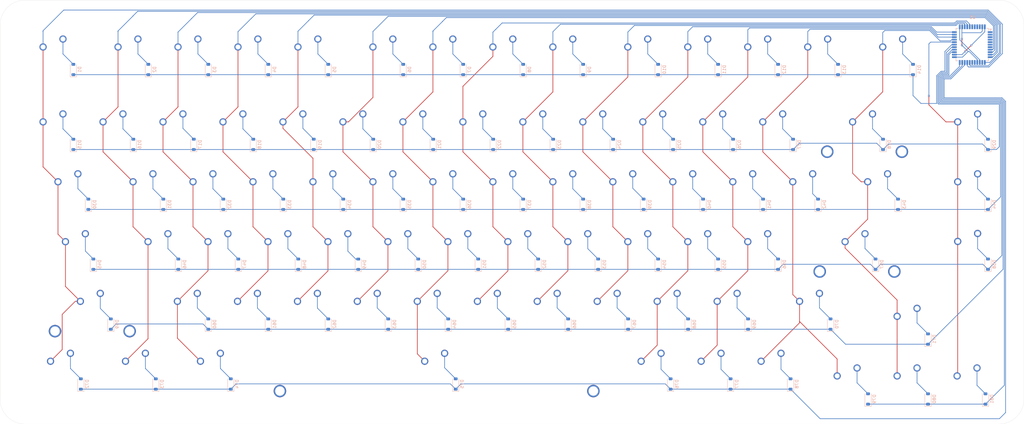
<source format=kicad_pcb>
(kicad_pcb (version 20240108) (generator "pcbnew") (generator_version "8.0")
  (title_block (title "Keyboard 75%") (rev "1"))
  (layers (0 "F.Cu" signal) (31 "B.Cu" signal) (34 "B.Paste" user) (35 "F.Paste" user) (36 "B.SilkS" user "B.Silkscreen") (37 "F.SilkS" user "F.Silkscreen") (38 "B.Mask" user) (39 "F.Mask" user) (44 "Edge.Cuts" user))
  (net 0 "")
  (net 1 "Net-(D1-A)")
  (net 2 "Net-(D2-A)")
  (net 3 "Net-(D3-A)")
  (net 4 "Net-(D4-A)")
  (net 5 "Net-(D5-A)")
  (net 6 "Net-(D6-A)")
  (net 7 "Net-(D7-A)")
  (net 8 "Net-(D8-A)")
  (net 9 "Net-(D9-A)")
  (net 10 "Net-(D10-A)")
  (net 11 "Net-(D11-A)")
  (net 12 "Net-(D12-A)")
  (net 13 "Net-(D13-A)")
  (net 14 "Net-(D14-A)")
  (net 15 "Net-(D15-A)")
  (net 16 "Net-(D16-A)")
  (net 17 "Net-(D17-A)")
  (net 18 "Net-(D18-A)")
  (net 19 "Net-(D19-A)")
  (net 20 "Net-(D20-A)")
  (net 21 "Net-(D21-A)")
  (net 22 "Net-(D22-A)")
  (net 23 "Net-(D23-A)")
  (net 24 "Net-(D24-A)")
  (net 25 "Net-(D25-A)")
  (net 26 "Net-(D26-A)")
  (net 27 "Net-(D27-A)")
  (net 28 "Net-(D28-A)")
  (net 29 "Net-(D29-A)")
  (net 30 "Net-(D30-A)")
  (net 31 "Net-(D31-A)")
  (net 32 "Net-(D32-A)")
  (net 33 "Net-(D33-A)")
  (net 34 "Net-(D34-A)")
  (net 35 "Net-(D35-A)")
  (net 36 "Net-(D36-A)")
  (net 37 "Net-(D37-A)")
  (net 38 "Net-(D38-A)")
  (net 39 "Net-(D39-A)")
  (net 40 "Net-(D40-A)")
  (net 41 "Net-(D41-A)")
  (net 42 "Net-(D42-A)")
  (net 43 "Net-(D43-A)")
  (net 44 "Net-(D44-A)")
  (net 45 "Net-(D45-A)")
  (net 46 "Net-(D46-A)")
  (net 47 "Net-(D47-A)")
  (net 48 "Net-(D48-A)")
  (net 49 "Net-(D49-A)")
  (net 50 "Net-(D50-A)")
  (net 51 "Net-(D51-A)")
  (net 52 "Net-(D52-A)")
  (net 53 "Net-(D53-A)")
  (net 54 "Net-(D54-A)")
  (net 55 "Net-(D55-A)")
  (net 56 "Net-(D56-A)")
  (net 57 "Net-(D58-A)")
  (net 58 "Net-(D59-A)")
  (net 59 "Net-(D60-A)")
  (net 60 "Net-(D61-A)")
  (net 61 "Net-(D62-A)")
  (net 62 "Net-(D63-A)")
  (net 63 "Net-(D64-A)")
  (net 64 "Net-(D65-A)")
  (net 65 "Net-(D66-A)")
  (net 66 "Net-(D67-A)")
  (net 67 "Net-(D68-A)")
  (net 68 "Net-(D69-A)")
  (net 69 "Net-(D70-A)")
  (net 70 "Net-(D71-A)")
  (net 71 "Net-(D72-A)")
  (net 72 "Net-(D73-A)")
  (net 73 "Net-(D74-A)")
  (net 74 "Net-(D75-A)")
  (net 75 "Net-(D76-A)")
  (net 76 "Net-(D77-A)")
  (net 77 "Net-(D78-A)")
  (net 78 "Net-(D79-A)")
  (net 79 "Net-(D80-A)")
  (net 80 "Net-(D81-A)")
  (net 83 "Net-(U1-GND-Pad15)")
  (net 85 "Net-(U1-AVCC-Pad24)")
  (net 87 "Net-(U1-VCC-Pad14)")
  (net 98 "Column 0")
  (net 99 "Column 1")
  (net 100 "Column 2")
  (net 101 "Column 3")
  (net 102 "Column 4")
  (net 103 "Column 5")
  (net 104 "Column 6")
  (net 105 "Column 7")
  (net 106 "Column 8")
  (net 107 "Column 9")
  (net 108 "Column 10")
  (net 109 "Column 11")
  (net 110 "Column 12")
  (net 111 "Column 13")
  (net 112 "Column 14")
  (net 113 "Net-(D57-A)")
  (net 114 "Row 0")
  (net 115 "Row 1")
  (net 116 "Row 2")
  (net 117 "Row 3")
  (net 118 "Row 4")
  (net 119 "Row 6")
  (net 120 "Row 5")
  (footprint "PCM_marbastlib-mx:SW_MX_1u" (layer "F.Cu") (at 318.9235 148.29185)
    (property "Reference" "3,14" (hide yes))
    (property "Value" "MX_SW_solder")
  )
  (footprint "PCM_marbastlib-mx:STAB_MX_P_6.25u" (layer "F.Cu") (at 184.7959 186.47825 180)
    (property "Reference" "S4" (hide yes))
    (property "Value" "MX_stab")
  )
  (footprint "PCM_marbastlib-mx:SW_MX_1u" (layer "F.Cu") (at 86.94865 86.09855)
    (property "Reference" "1,1" (hide yes))
    (property "Value" "MX_SW_solder")
  )
  (footprint "PCM_marbastlib-mx:SW_MX_1u" (layer "F.Cu") (at 187.41475 129.15545)
    (property "Reference" "2,8" (hide yes))
    (property "Value" "MX_SW_solder")
  )
  (footprint "PCM_marbastlib-mx:SW_MX_1u" (layer "F.Cu") (at 335.52745 172.12595)
    (property "Reference" "4,14" (hide yes))
    (property "Value" "MX_SW_solder")
  )
  (footprint "PCM_marbastlib-mx:SW_MX_1u" (layer "F.Cu") (at 211.33525 148.29185)
    (property "Reference" "3,9" (hide yes))
    (property "Value" "MX_SW_solder")
  )
  (footprint "PCM_marbastlib-mx:SW_MX_1u" (layer "F.Cu") (at 220.70905 167.34185)
    (property "Reference" "4,9" (hide yes))
    (property "Value" "MX_SW_solder")
  )
  (footprint "PCM_marbastlib-mx:SW_MX_1u" (layer "F.Cu") (at 278.11825 167.34185)
    (property "Reference" "4,12" (hide yes))
    (property "Value" "MX_SW_solder")
  )
  (footprint "PCM_marbastlib-mx:SW_MX_1u" (layer "F.Cu") (at 168.27835 86.09855)
    (property "Reference" "5,1" (hide yes))
    (property "Value" "MX_SW_solder")
  )
  (footprint "PCM_marbastlib-mx:STAB_MX_P_2.25u" (layer "F.Cu") (at 74.9344 167.34185 180)
    (property "Reference" "S3" (hide yes))
    (property "Value" "MX_stab")
  )
  (footprint "PCM_marbastlib-mx:SW_MX_1u" (layer "F.Cu") (at 130.00555 129.15545)
    (property "Reference" "2,5" (hide yes))
    (property "Value" "MX_SW_solder")
  )
  (footprint "PCM_marbastlib-mx:SW_MX_1u" (layer "F.Cu") (at 273.52855 110.01905)
    (property "Reference" "1,13" (hide yes))
    (property "Value" "MX_SW_solder")
  )
  (footprint "PCM_marbastlib-mx:SW_MX_1.25u" (layer "F.Cu") (at 65.4094 186.47825)
    (property "Reference" "6,2" (hide yes))
    (property "Value" "MX_SW_solder")
  )
  (footprint "PCM_marbastlib-mx:SW_MX_1u" (layer "F.Cu") (at 125.07025 167.34185)
    (property "Reference" "4,4" (hide yes))
    (property "Value" "MX_SW_solder")
  )
  (footprint "PCM_marbastlib-mx:SW_MX_1u" (layer "F.Cu") (at 105.89065 167.34185)
    (property "Reference" "4,3" (hide yes))
    (property "Value" "MX_SW_solder")
  )
  (footprint "PCM_marbastlib-mx:SW_MX_1u" (layer "F.Cu") (at 354.66385 191.17595)
    (property "Reference" "5,4" (hide yes))
    (property "Value" "MX_SW_solder")
  )
  (footprint "PCM_marbastlib-mx:SW_MX_1u" (layer "F.Cu") (at 254.39215 110.01905)
    (property "Reference" "1,12" (hide yes))
    (property "Value" "MX_SW_solder")
  )
  (footprint "PCM_marbastlib-mx:SW_MX_1u" (layer "F.Cu") (at 134.78965 148.29185)
    (property "Reference" "3,5" (hide yes))
    (property "Value" "MX_SW_solder")
  )
  (footprint "PCM_marbastlib-mx:SW_MX_1u" (layer "F.Cu") (at 258.98185 167.34185)
    (property "Reference" "4,11" (hide yes))
    (property "Value" "MX_SW_solder")
  )
  (footprint "PCM_marbastlib-mx:SW_MX_1.75u" (layer "F.Cu") (at 70.1719 148.29185)
    (property "Reference" "3,2" (hide yes))
    (property "Value" "MX_SW_solder")
  )
  (footprint "PCM_marbastlib-mx:SW_MX_1u" (layer "F.Cu") (at 330.93775 86.09855)
    (property "Reference" "13,1" (hide yes))
    (property "Value" "MX_SW_solder")
  )
  (footprint "PCM_marbastlib-mx:SW_MX_1u" (layer "F.Cu") (at 321.32635 110.01905)
    (property "Reference" "1,15" (hide yes))
    (property "Value" "MX_SW_solder")
  )
  (footprint "PCM_marbastlib-mx:SW_MX_1u" (layer "F.Cu") (at 96.51685 148.29185)
    (property "Reference" "3,3" (hide yes))
    (property "Value" "MX_SW_solder")
  )
  (footprint "PCM_marbastlib-mx:SW_MX_1u" (layer "F.Cu") (at 187.41475 86.09855)
    (property "Reference" "6,1" (hide yes))
    (property "Value" "MX_SW_solder")
  )
  (footprint "PCM_marbastlib-mx:SW_MX_1u" (layer "F.Cu") (at 225.68755 129.15545)
    (property "Reference" "2,10" (hide yes))
    (property "Value" "MX_SW_solder")
  )
  (footprint "PCM_marbastlib-mx:SW_MX_1u" (layer "F.Cu") (at 307.01725 86.09855)
    (property "Reference" "12,1" (hide yes))
    (property "Value" "MX_SW_solder")
  )
  (footprint "PCM_marbastlib-mx:SW_MX_1u" (layer "F.Cu") (at 91.73275 129.15545)
    (property "Reference" "2,3" (hide yes))
    (property "Value" "MX_SW_solder")
  )
  (footprint "PCM_marbastlib-mx:SW_MX_1u" (layer "F.Cu") (at 230.47165 148.29185)
    (property "Reference" "3,10" (hide yes))
    (property "Value" "MX_SW_solder")
  )
  (footprint "PCM_marbastlib-mx:SW_MX_1u" (layer "F.Cu") (at 196.98295 110.01905)
    (property "Reference" "1,9" (hide yes))
    (property "Value" "MX_SW_solder")
  )
  (footprint "PCM_marbastlib-mx:SW_MX_1u" (layer "F.Cu") (at 110.86915 129.15545)
    (property "Reference" "2,4" (hide yes))
    (property "Value" "MX_SW_solder")
  )
  (footprint "PCM_marbastlib-mx:SW_MX_1u" (layer "F.Cu") (at 268.74445 86.09855)
    (property "Reference" "10,1" (hide yes))
    (property "Value" "MX_SW_solder")
  )
  (footprint "PCM_marbastlib-mx:STAB_MX_P_2u" (layer "F.Cu") (at 321.32635 110.01905 180)
    (property "Reference" "S2" (hide yes))
    (property "Value" "MX_stab")
  )
  (footprint "PCM_marbastlib-mx:SW_MX_1u" (layer "F.Cu") (at 63.02815 86.09855)
    (property "Reference" "0,1" (hide yes))
    (property "Value" "MX_switch")
  )
  (footprint "PCM_marbastlib-mx:SW_MX_1u" (layer "F.Cu") (at 316.39105 191.17595)
    (property "Reference" "5,2" (hide yes))
    (property "Value" "MX_SW_solder")
  )
  (footprint "PCM_marbastlib-mx:SW_MX_1u" (layer "F.Cu") (at 206.55115 86.09855)
    (property "Reference" "7,1" (hide yes))
    (property "Value" "MX_SW_solder")
  )
  (footprint "PCM_marbastlib-mx:SW_MX_1u" (layer "F.Cu") (at 244.82395 129.15545)
    (property "Reference" "2,11" (hide yes))
    (property "Value" "MX_SW_solder")
  )
  (footprint "PCM_marbastlib-mx:SW_MX_1u" (layer "F.Cu") (at 63.02815 110.01905)
    (property "Reference" "1,2" (hide yes))
    (property "Value" "MX_SW_solder")
  )
  (footprint "PCM_marbastlib-mx:SW_MX_1u" (layer "F.Cu") (at 177.84655 110.01905)
    (property "Reference" "1,8" (hide yes))
    (property "Value" "MX_SW_solder")
  )
  (footprint "PCM_marbastlib-mx:SW_MX_1u" (layer "F.Cu") (at 115.65325 148.29185)
    (property "Reference" "3,4" (hide yes))
    (property "Value" "MX_SW_solder")
  )
  (footprint "PCM_marbastlib-mx:SW_MX_1u" (layer "F.Cu") (at 168.27835 129.15545)
    (property "Reference" "2,7" (hide yes))
    (property "Value" "MX_SW_solder")
  )
  (footprint "PCM_marbastlib-mx:SW_MX_1u" (layer "F.Cu") (at 235.25575 110.01905)
    (property "Reference" "1,11" (hide yes))
    (property "Value" "MX_SW_solder")
  )
  (footprint "PCM_marbastlib-mx:SW_MX_1u" (layer "F.Cu") (at 153.92605 148.29185)
    (property "Reference" "3,6" (hide yes))
    (property "Value" "MX_SW_solder")
  )
  (footprint "PCM_marbastlib-mx:SW_MX_1u" (layer "F.Cu") (at 302.23315 129.15545)
    (property "Reference" "2,14" (hide yes))
    (property "Value" "MX_SW_solder")
  )
  (footprint "PCM_marbastlib-mx:SW_MX_1u" (layer "F.Cu") (at 144.20665 167.34185)
    (property "Reference" "4,5" (hide yes))
    (property "Value" "MX_SW_solder")
  )
  (footprint "PCM_marbastlib-mx:SW_MX_1u" (layer "F.Cu") (at 272.98855 186.47825)
    (property "Reference" "6,7" (hide yes))
    (property "Value" "MX_SW_solder")
  )
  (footprint "PCM_marbastlib-mx:SW_MX_1u" (layer "F.Cu") (at 139.57375 110.01905)
    (property "Reference" "1,6" (hide yes))
    (property "Value" "MX_SW_solder")
  )
  (footprint "PCM_marbastlib-mx:STAB_MX_P_2.25u" (layer "F.Cu") (at 318.9235 148.29185 180)
    (property "Reference" "S1" (hide yes))
    (property "Value" "MX_stab")
  )
  (footprint "PCM_marbastlib-mx:SW_MX_1u" (layer "F.Cu") (at 268.74445 148.29185)
    (property "Reference" "3,12" (hide yes))
    (property "Value" "MX_SW_solder")
  )
  (footprint "PCM_marbastlib-mx:SW_MX_1u" (layer "F.Cu") (at 82.16455 110.01905)
    (property "Reference" "1,3" (hide yes))
    (property "Value" "MX_SW_solder")
  )
  (footprint "PCM_marbastlib-mx:SW_MX_1.25u" (layer "F.Cu") (at 89.3299 186.47825)
    (property "Reference" "6,3" (hide yes))
    (property "Value" "MX_SW_solder")
  )
  (footprint "PCM_marbastlib-mx:SW_MX_1u" (layer "F.Cu") (at 120.43735 110.01905)
    (property "Reference" "1,5" (hide yes))
    (property "Value" "MX_SW_solder")
  )
  (footprint "PCM_marbastlib-mx:SW_MX_1u" (layer "F.Cu") (at 253.85215 186.47825)
    (property "Reference" "6,6" (hide yes))
    (property "Value" "MX_SW_solder")
  )
  (footprint "PCM_marbastlib-mx:SW_MX_1.75u" (layer "F.Cu") (at 304.3984 167.34185)
    (property "Reference" "4,13" (hide yes))
    (property "Value" "MX_SW_solder")
  )
  (footprint "PCM_marbastlib-mx:SW_MX_1u" (layer "F.Cu") (at 287.88085 86.09855)
    (property "Reference" "11,1" (hide yes))
    (property "Value" "MX_SW_solder")
  )
  (footprint "PCM_marbastlib-mx:SW_MX_1u" (layer "F.Cu") (at 249.60805 86.09855)
    (property "Reference" "9,1" (hide yes))
    (property "Value" "MX_SW_solder")
  )
  (footprint "PCM_marbastlib-mx:SW_MX_1u" (layer "F.Cu") (at 292.12495 186.47825)
    (property "Reference" "6,8" (hide yes))
    (property "Value" "MX_SW_solder")
  )
  (footprint "PCM_marbastlib-mx:SW_MX_1u" (layer "F.Cu") (at 206.55115 129.15545)
    (property "Reference" "2,9" (hide yes))
    (property "Value" "MX_SW_solder")
  )
  (footprint "PCM_marbastlib-mx:SW_MX_1.5u" (layer "F.Cu") (at 326.13205 129.15545)
    (property "Reference" "2,15" (hide yes))
    (property "Value" "MX_SW_solder")
  )
  (footprint "PCM_marbastlib-mx:SW_MX_1u" (layer "F.Cu") (at 335.52745 191.17595)
    (property "Reference" "5,3" (hide yes))
    (property "Value" "MX_SW_solder")
  )
  (footprint "PCM_marbastlib-mx:SW_MX_1u" (layer "F.Cu") (at 239.84545 167.34185)
    (property "Reference" "4,10" (hide yes))
    (property "Value" "MX_SW_solder")
  )
  (footprint "PCM_marbastlib-mx:SW_MX_1u" (layer "F.Cu") (at 149.14195 129.15545)
    (property "Reference" "2,6" (hide yes))
    (property "Value" "MX_SW_solder")
  )
  (footprint "PCM_marbastlib-mx:SW_MX_1u" (layer "F.Cu") (at 287.88085 148.29185)
    (property "Reference" "3,13" (hide yes))
    (property "Value" "MX_SW_solder")
  )
  (footprint "PCM_marbastlib-mx:SW_MX_1u" (layer "F.Cu") (at 354.85825 129.15545)
    (property "Reference" "2,16" (hide yes))
    (property "Value" "MX_SW_solder")
  )
  (footprint "PCM_marbastlib-mx:SW_MX_1u" (layer "F.Cu") (at 144.35785 86.09855)
    (property "Reference" "4,1" (hide yes))
    (property "Value" "MX_SW_solder")
  )
  (footprint "PCM_marbastlib-mx:SW_MX_1u" (layer "F.Cu") (at 125.22145 86.09855)
    (property "Reference" "3,1" (hide yes))
    (property "Value" "MX_SW_solder")
  )
  (footprint "PCM_marbastlib-mx:SW_MX_1u" (layer "F.Cu") (at 182.43625 167.34185)
    (property "Reference" "4,7" (hide yes))
    (property "Value" "MX_SW_solder")
  )
  (footprint "PCM_marbastlib-mx:SW_MX_1u" (layer "F.Cu") (at 216.11935 110.01905)
    (property "Reference" "1,10" (hide yes))
    (property "Value" "MX_SW_solder")
  )
  (footprint "PCM_marbastlib-mx:SW_MX_1u" (layer "F.Cu") (at 354.85825 148.20545)
    (property "Reference" "3,15" (hide yes))
    (property "Value" "MX_SW_solder")
  )
  (footprint "PCM_marbastlib-mx:SW_MX_1u" (layer "F.Cu") (at 292.66495 110.01905)
    (property "Reference" "1,14" (hide yes))
    (property "Value" "MX_SW_solder")
  )
  (footprint "PCM_marbastlib-mx:SW_MX_1u" (layer "F.Cu") (at 74.9344 167.34185)
    (property "Reference" "4,2" (hide yes))
    (property "Value" "MX_SW_solder")
  )
  (footprint "PCM_marbastlib-mx:SW_MX_1u" (layer "F.Cu") (at 184.7959 186.47825)
    (property "Reference" "6,5" (hide yes))
    (property "Value" "MX_SW_solder")
  )
  (footprint "PCM_marbastlib-mx:SW_MX_1.5u" (layer "F.Cu") (at 67.79065 129.15545)
    (property "Reference" "2,2" (hide yes))
    (property "Value" "MX_SW_solder")
  )
  (footprint "PCM_marbastlib-mx:SW_MX_1u" (layer "F.Cu") (at 225.68755 86.09855)
    (property "Reference" "8,1" (hide yes))
    (property "Value" "MX_SW_solder")
  )
  (footprint "PCM_marbastlib-mx:SW_MX_1u" (layer "F.Cu") (at 163.29985 167.34185)
    (property "Reference" "4,6" (hide yes))
    (property "Value" "MX_SW_solder")
  )
  (footprint "PCM_marbastlib-mx:SW_MX_1u" (layer "F.Cu") (at 106.08505 86.09855)
    (property "Reference" "2,1" (hide yes))
    (property "Value" "MX_SW_solder")
  )
  (footprint "PCM_marbastlib-mx:SW_MX_1u" (layer "F.Cu") (at 249.60805 148.29185)
    (property "Reference" "3,11" (hide yes))
    (property "Value" "MX_SW_solder")
  )
  (footprint "PCM_marbastlib-mx:SW_MX_1.25u" (layer "F.Cu") (at 113.2504 186.47825)
    (property "Reference" "6,4" (hide yes))
    (property "Value" "MX_SW_solder")
  )
  (footprint "PCM_marbastlib-mx:SW_MX_1u" (layer "F.Cu") (at 192.19885 148.29185)
    (property "Reference" "3,8" (hide yes))
    (property "Value" "MX_SW_solder")
  )
  (footprint "PCM_marbastlib-mx:SW_MX_1u" (layer "F.Cu") (at 173.06245 148.29185)
    (property "Reference" "3,7" (hide yes))
    (property "Value" "MX_SW_solder")
  )
  (footprint "PCM_marbastlib-mx:SW_MX_1u" (layer "F.Cu") (at 283.09675 129.15545)
    (property "Reference" "2,13" (hide yes))
    (property "Value" "MX_SW_solder")
  )
  (footprint "PCM_marbastlib-mx:SW_MX_1u" (layer "F.Cu") (at 201.61585 167.34185)
    (property "Reference" "4,8" (hide yes))
    (property "Value" "MX_SW_solder")
  )
  (footprint "PCM_marbastlib-mx:SW_MX_1u" (layer "F.Cu") (at 354.85825 110.01905)
    (property "Reference" "1,16" (hide yes))
    (property "Value" "MX_SW_solder")
  )
  (footprint "PCM_marbastlib-mx:SW_MX_1u" (layer "F.Cu") (at 158.71015 110.01905)
    (property "Reference" "1,7" (hide yes))
    (property "Value" "MX_SW_solder")
  )
  (footprint "PCM_marbastlib-mx:SW_MX_1u" (layer "F.Cu") (at 263.96035 129.15545)
    (property "Reference" "2,12" (hide yes))
    (property "Value" "MX_SW_solder")
  )
  (footprint "PCM_marbastlib-mx:SW_MX_1u" (layer "F.Cu") (at 101.30095 110.01905)
    (property "Reference" "1,4" (hide yes))
    (property "Value" "MX_SW_solder")
  )
  (footprint "Diode_SMD:D_SOD-123" (layer "B.Cu") (at 278.5812 191.21465 90)
    (property "Reference" "D77")
    (property "Value" "D_Small")
  )
  (footprint "Diode_SMD:D_SOD-123" (layer "B.Cu") (at 126.28735 114.66905 90)
    (property "Reference" "D18")
    (property "Value" "D_Small")
  )
  (footprint "Diode_SMD:D_SOD-123" (layer "B.Cu") (at 202.83295 114.66905 90)
    (property "Reference" "D22")
    (property "Value" "D_Small")
  )
  (footprint "Diode_SMD:D_SOD-123" (layer "B.Cu") (at 135.85555 133.80545 90)
    (property "Reference" "D33")
    (property "Value" "D_Small")
  )
  (footprint "Diode_SMD:D_SOD-123" (layer "B.Cu") (at 322.43545 195.99875 90)
    (property "Reference" "D79")
    (property "Value" "D_Small")
  )
  (footprint "Diode_SMD:D_SOD-123" (layer "B.Cu") (at 111.93505 172.07825 90)
    (property "Reference" "D60")
    (property "Value" "D_Small")
  )
  (footprint "Diode_SMD:D_SOD-123" (layer "B.Cu") (at 150.20785 90.74855 90)
    (property "Reference" "D5")
    (property "Value" "D_Small")
  )
  (footprint "Diode_SMD:D_SOD-123" (layer "B.Cu") (at 140.63965 152.94185 90)
    (property "Reference" "D48")
    (property "Value" "D_Small")
  )
  (footprint "Diode_SMD:D_SOD-123" (layer "B.Cu") (at 207.61705 172.07825 90)
    (property "Reference" "D65")
    (property "Value" "D_Small")
  )
  (footprint "Diode_SMD:D_SOD-123" (layer "B.Cu") (at 226.75345 172.07825 90)
    (property "Reference" "D66")
    (property "Value" "D_Small")
  )
  (footprint "Diode_SMD:D_SOD-123" (layer "B.Cu") (at 310.4752 172.07825 90)
    (property "Reference" "D70")
    (property "Value" "D_Small")
  )
  (footprint "Diode_SMD:D_SOD-123" (layer "B.Cu") (at 107.30095 114.65905 90)
    (property "Reference" "D17")
    (property "Value" "D_Small")
  )
  (footprint "Diode_SMD:D_SOD-123" (layer "B.Cu") (at 164.56015 114.66905 90)
    (property "Reference" "D20")
    (property "Value" "D_Small")
  )
  (footprint "Diode_SMD:D_SOD-123" (layer "B.Cu") (at 193.26475 90.74855 90)
    (property "Reference" "D7")
    (property "Value" "D_Small")
  )
  (footprint "Diode_SMD:D_SOD-123" (layer "B.Cu") (at 131.07145 172.07825 90)
    (property "Reference" "D61")
    (property "Value" "D_Small")
  )
  (footprint "Diode_SMD:D_SOD-123" (layer "B.Cu") (at 102.36685 152.94185 90)
    (property "Reference" "D46")
    (property "Value" "D_Small")
  )
  (footprint "Diode_SMD:D_SOD-123" (layer "B.Cu") (at 92.79865 90.74855 90)
    (property "Reference" "D2")
    (property "Value" "D_Small")
  )
  (footprint "Diode_SMD:D_SOD-123" (layer "B.Cu") (at 71.2702 191.21465 90)
    (property "Reference" "D72")
    (property "Value" "D_Small")
  )
  (footprint "Diode_SMD:D_SOD-123" (layer "B.Cu") (at 75.25695 152.94185 90)
    (property "Reference" "D45")
    (property "Value" "D_Small")
  )
  (footprint "Diode_SMD:D_SOD-123" (layer "B.Cu") (at 360.70825 133.80545 90)
    (property "Reference" "D44")
    (property "Value" "D_Small")
  )
  (footprint "Diode_SMD:D_SOD-123" (layer "B.Cu") (at 174.12835 90.74855 90)
    (property "Reference" "D6")
    (property "Value" "D_Small")
  )
  (footprint "Diode_SMD:D_SOD-123" (layer "B.Cu") (at 150.20785 172.07825 90)
    (property "Reference" "D62")
    (property "Value" "D_Small")
  )
  (footprint "Diode_SMD:D_SOD-123" (layer "B.Cu") (at 154.99195 133.80545 90)
    (property "Reference" "D34")
    (property "Value" "D_Small")
  )
  (footprint "Diode_SMD:D_SOD-123" (layer "B.Cu") (at 111.93505 90.74855 90)
    (property "Reference" "D3")
    (property "Value" "D_Small")
  )
  (footprint "Diode_SMD:D_SOD-123" (layer "B.Cu") (at 336.78775 90.74855 90)
    (property "Reference" "D14")
    (property "Value" "D_Small")
  )
  (footprint "Diode_SMD:D_SOD-123" (layer "B.Cu") (at 265.02625 172.07825 90)
    (property "Reference" "D68")
    (property "Value" "D_Small")
  )
  (footprint "Diode_SMD:D_SOD-123" (layer "B.Cu") (at 95.1907 191.21465 90)
    (property "Reference" "D73")
    (property "Value" "D_Small")
  )
  (footprint "Diode_SMD:D_SOD-123" (layer "B.Cu") (at 255.45805 90.74855 90)
    (property "Reference" "D10")
    (property "Value" "D_Small")
  )
  (footprint "Diode_SMD:D_SOD-123" (layer "B.Cu") (at 341.57185 195.99875 90)
    (property "Reference" "D80")
    (property "Value" "D_Small")
  )
  (footprint "Diode_SMD:D_SOD-123" (layer "B.Cu") (at 332.00365 133.80545 90)
    (property "Reference" "D43")
    (property "Value" "D_Small")
  )
  (footprint "Diode_SMD:D_SOD-123" (layer "B.Cu") (at 188.48065 172.07825 90)
    (property "Reference" "D64")
    (property "Value" "D_Small")
  )
  (footprint "Diode_SMD:D_SOD-123" (layer "B.Cu") (at 293.73085 90.74855 90)
    (property "Reference" "D12")
    (property "Value" "D_Small")
  )
  (footprint "Diode_SMD:D_SOD-123" (layer "B.Cu") (at 279.37855 114.66905 90)
    (property "Reference" "D26")
    (property "Value" "D_Small")
  )
  (footprint "Diode_SMD:D_SOD-123" (layer "B.Cu") (at 145.57375 114.65905 90)
    (property "Reference" "D19")
    (property "Value" "D_Small")
  )
  (footprint "Diode_SMD:D_SOD-123" (layer "B.Cu") (at 169.34425 172.07825 90)
    (property "Reference" "D63")
    (property "Value" "D_Small")
  )
  (footprint "Diode_SMD:D_SOD-123" (layer "B.Cu") (at 190.8727 191.21465 90)
    (property "Reference" "D75")
    (property "Value" "D_Small")
  )
  (footprint "Diode_SMD:D_SOD-123" (layer "B.Cu") (at 284.16265 172.07825 90)
    (property "Reference" "D69")
    (property "Value" "D_Small")
  )
  (footprint "Diode_SMD:D_SOD-123" (layer "B.Cu") (at 236.32165 152.94185 90)
    (property "Reference" "D53")
    (property "Value" "D_Small")
  )
  (footprint "Diode_SMD:D_SOD-123" (layer "B.Cu") (at 217.18525 152.94185 90)
    (property "Reference" "D52")
    (property "Value" "D_Small")
  )
  (footprint "Diode_SMD:D_SOD-123" (layer "B.Cu") (at 183.69655 114.66905 90)
    (property "Reference" "D21")
    (property "Value" "D_Small")
  )
  (footprint "Diode_SMD:D_SOD-123" (layer "B.Cu") (at 174.12835 133.80545 90)
    (property "Reference" "D35")
    (property "Value" "D_Small")
  )
  (footprint "Diode_SMD:D_SOD-123" (layer "B.Cu") (at 341.57185 176.86235 90)
    (property "Reference" "D71")
    (property "Value" "D_Small")
  )
  (footprint "Diode_SMD:D_SOD-123" (layer "B.Cu") (at 231.53755 90.74855 90)
    (property "Reference" "D9")
    (property "Value" "D_Small")
  )
  (footprint "Diode_SMD:D_SOD-123" (layer "B.Cu") (at 212.40115 133.80545 90)
    (property "Reference" "D37")
    (property "Value" "D_Small")
  )
  (footprint "Diode_SMD:D_SOD-123" (layer "B.Cu") (at 68.87815 90.74855 90)
    (property "Reference" "D1")
    (property "Value" "D_Small")
  )
  (footprint "Diode_SMD:D_SOD-123" (layer "B.Cu") (at 293.73085 152.94185 90)
    (property "Reference" "D56")
    (property "Value" "D_Small")
  )
  (footprint "Package_QFP:TQFP-44_10x10mm_P0.8mm" (layer "B.Cu") (at 355.68315 82.80325 180)
    (property "Reference" "U1")
    (property "Value" "ATmega32U4-A")
  )
  (footprint "Diode_SMD:D_SOD-123" (layer "B.Cu") (at 274.59445 152.94185 90)
    (property "Reference" "D55")
    (property "Value" "D_Small")
  )
  (footprint "Diode_SMD:D_SOD-123" (layer "B.Cu") (at 297.7176 191.21465 90)
    (property "Reference" "D78")
    (property "Value" "D_Small")
  )
  (footprint "Diode_SMD:D_SOD-123" (layer "B.Cu") (at 245.88985 172.07825 90)
    (property "Reference" "D67")
    (property "Value" "D_Small")
  )
  (footprint "Diode_SMD:D_SOD-123" (layer "B.Cu") (at 327.21955 114.66905 90)
    (property "Reference" "D28")
    (property "Value" "D_Small")
  )
  (footprint "Diode_SMD:D_SOD-123" (layer "B.Cu") (at 119.1112 191.21465 90)
    (property "Reference" "D74")
    (property "Value" "D_Small")
  )
  (footprint "Diode_SMD:D_SOD-123" (layer "B.Cu") (at 178.91245 152.94185 90)
    (property "Reference" "D50")
    (property "Value" "D_Small")
  )
  (footprint "Diode_SMD:D_SOD-123" (layer "B.Cu") (at 121.50325 152.94185 90)
    (property "Reference" "D47")
    (property "Value" "D_Small")
  )
  (footprint "Diode_SMD:D_SOD-123" (layer "B.Cu") (at 241.10575 114.66905 90)
    (property "Reference" "D24")
    (property "Value" "D_Small")
  )
  (footprint "Diode_SMD:D_SOD-123" (layer "B.Cu") (at 198.04885 152.94185 90)
    (property "Reference" "D51")
    (property "Value" "D_Small")
  )
  (footprint "Diode_SMD:D_SOD-123" (layer "B.Cu") (at 324.8275 152.94185 90)
    (property "Reference" "D57")
    (property "Value" "D_Small")
  )
  (footprint "Diode_SMD:D_SOD-123" (layer "B.Cu") (at 260.24215 114.66905 90)
    (property "Reference" "D25")
    (property "Value" "D_Small")
  )
  (footprint "Diode_SMD:D_SOD-123" (layer "B.Cu") (at 231.53755 133.80545 90)
    (property "Reference" "D38")
    (property "Value" "D_Small")
  )
  (footprint "Diode_SMD:D_SOD-123" (layer "B.Cu") (at 269.81035 133.80545 90)
    (property "Reference" "D40")
    (property "Value" "D_Small")
  )
  (footprint "Diode_SMD:D_SOD-123" (layer "B.Cu") (at 259.4448 191.21465 90)
    (property "Reference" "D76")
    (property "Value" "D_Small")
  )
  (footprint "Diode_SMD:D_SOD-123" (layer "B.Cu") (at 131.07145 90.74855 90)
    (property "Reference" "D4")
    (property "Value" "D_Small")
  )
  (footprint "Diode_SMD:D_SOD-123" (layer "B.Cu") (at 88.01455 114.66905 90)
    (property "Reference" "D16")
    (property "Value" "D_Small")
  )
  (footprint "Diode_SMD:D_SOD-123" (layer "B.Cu") (at 288.94675 133.80545 90)
    (property "Reference" "D41")
    (property "Value" "D_Small")
  )
  (footprint "Diode_SMD:D_SOD-123" (layer "B.Cu") (at 80.8384 172.07825 90)
    (property "Reference" "D59")
    (property "Value" "D_Small")
  )
  (footprint "Diode_SMD:D_SOD-123" (layer "B.Cu") (at 274.59445 90.74855 90)
    (property "Reference" "D11")
    (property "Value" "D_Small")
  )
  (footprint "Diode_SMD:D_SOD-123" (layer "B.Cu") (at 360.70825 114.66905 90)
    (property "Reference" "D29")
    (property "Value" "D_Small")
  )
  (footprint "Diode_SMD:D_SOD-123" (layer "B.Cu") (at 116.71915 133.80545 90)
    (property "Reference" "D32")
    (property "Value" "D_Small")
  )
  (footprint "Diode_SMD:D_SOD-123" (layer "B.Cu") (at 159.77605 152.9551 90)
    (property "Reference" "D49")
    (property "Value" "D_Small")
  )
  (footprint "Diode_SMD:D_SOD-123" (layer "B.Cu") (at 250.82395 133.79545 90)
    (property "Reference" "D39")
    (property "Value" "D_Small")
  )
  (footprint "Diode_SMD:D_SOD-123" (layer "B.Cu") (at 193.26475 133.80545 90)
    (property "Reference" "D36")
    (property "Value" "D_Small")
  )
  (footprint "Diode_SMD:D_SOD-123" (layer "B.Cu") (at 221.96935 114.66905 90)
    (property "Reference" "D23")
    (property "Value" "D_Small")
  )
  (footprint "Diode_SMD:D_SOD-123" (layer "B.Cu") (at 298.51495 114.66905 90)
    (property "Reference" "D27")
    (property "Value" "D_Small")
  )
  (footprint "Diode_SMD:D_SOD-123" (layer "B.Cu") (at 306.48845 133.80545 90)
    (property "Reference" "D42")
    (property "Value" "D_Small")
  )
  (footprint "Diode_SMD:D_SOD-123" (layer "B.Cu") (at 212.40115 90.74855 90)
    (property "Reference" "D8")
    (property "Value" "D_Small")
  )
  (footprint "Diode_SMD:D_SOD-123" (layer "B.Cu") (at 73.66225 133.80545 90)
    (property "Reference" "D30")
    (property "Value" "D_Small")
  )
  (footprint "Diode_SMD:D_SOD-123" (layer "B.Cu") (at 68.87815 114.66905 90)
    (property "Reference" "D15")
    (property "Value" "D_Small")
  )
  (footprint "Diode_SMD:D_SOD-123" (layer "B.Cu") (at 312.86725 90.74855 90)
    (property "Reference" "D13")
    (property "Value" "D_Small")
  )
  (footprint "Diode_SMD:D_SOD-123" (layer "B.Cu") (at 359.9109 195.99875 90)
    (property "Reference" "D81")
    (property "Value" "D_Small")
  )
  (footprint "Diode_SMD:D_SOD-123" (layer "B.Cu") (at 97.58275 133.80545 90)
    (property "Reference" "D31")
    (property "Value" "D_Small")
  )
  (footprint "Diode_SMD:D_SOD-123" (layer "B.Cu") (at 255.45805 152.94185 90)
    (property "Reference" "D54")
    (property "Value" "D_Small")
  )
  (footprint "Diode_SMD:D_SOD-123" (layer "B.Cu") (at 360.70825 152.94185 90)
    (property "Reference" "D58")
    (property "Value" "D_Small")
  )
  (gr_line (start 53.50315 204.00325) (end 364.18885 204.00095) (stroke (width 0.05)) (layer "Edge.Cuts"))
  (gr_arc (start 364.18885 68.57355) (mid 369.845704 70.916696) (end 372.18885 76.57355) (stroke (width 0.05)) (layer "Edge.Cuts"))
  (gr_line (start 45.50315 76.57355) (end 45.50315 196.00325) (stroke (width 0.05)) (layer "Edge.Cuts"))
  (gr_arc (start 372.18885 196.00095) (mid 369.845704 201.657804) (end 364.18885 204.00095) (stroke (width 0.05)) (layer "Edge.Cuts"))
  (gr_arc (start 53.50315 204.00325) (mid 47.846296 201.660104) (end 45.50315 196.00325) (stroke (width 0.05)) (layer "Edge.Cuts"))
  (gr_line (start 364.18885 68.57355) (end 53.50315 68.57355) (stroke (width 0.05)) (layer "Edge.Cuts"))
  (gr_line (start 372.18885 196.00095) (end 372.18885 76.57355) (stroke (width 0.05)) (layer "Edge.Cuts"))
  (gr_arc (start 45.50315 76.57355) (mid 47.846296 70.916696) (end 53.50315 68.57355) (stroke (width 0.05)) (layer "Edge.Cuts"))
  (segment (start 65.56815 85.78855) (end 68.87815 89.09855) (width 0.2) (layer "B.Cu") (net 1))
  (segment (start 65.56815 81.01855) (end 65.56815 85.78855) (width 0.2) (layer "B.Cu") (net 1))
  (segment (start 89.48865 81.01855) (end 89.48865 85.78855) (width 0.2) (layer "B.Cu") (net 2))
  (segment (start 89.48865 85.78855) (end 92.79865 89.09855) (width 0.2) (layer "B.Cu") (net 2))
  (segment (start 108.62505 85.78855) (end 111.93505 89.09855) (width 0.2) (layer "B.Cu") (net 3))
  (segment (start 108.62505 81.01855) (end 108.62505 85.78855) (width 0.2) (layer "B.Cu") (net 3))
  (segment (start 127.76145 81.01855) (end 127.76145 85.78855) (width 0.2) (layer "B.Cu") (net 4))
  (segment (start 127.76145 85.78855) (end 131.07145 89.09855) (width 0.2) (layer "B.Cu") (net 4))
  (segment (start 146.89785 81.01855) (end 146.89785 85.78855) (width 0.2) (layer "B.Cu") (net 5))
  (segment (start 146.89785 85.78855) (end 150.20785 89.09855) (width 0.2) (layer "B.Cu") (net 5))
  (segment (start 170.81835 85.78855) (end 174.12835 89.09855) (width 0.2) (layer "B.Cu") (net 6))
  (segment (start 170.81835 81.01855) (end 170.81835 85.78855) (width 0.2) (layer "B.Cu") (net 6))
  (segment (start 189.95475 81.01855) (end 189.95475 85.78855) (width 0.2) (layer "B.Cu") (net 7))
  (segment (start 189.95475 85.78855) (end 193.26475 89.09855) (width 0.2) (layer "B.Cu") (net 7))
  (segment (start 209.09115 85.78855) (end 212.40115 89.09855) (width 0.2) (layer "B.Cu") (net 8))
  (segment (start 209.09115 81.01855) (end 209.09115 85.78855) (width 0.2) (layer "B.Cu") (net 8))
  (segment (start 228.22755 85.78855) (end 231.53755 89.09855) (width 0.2) (layer "B.Cu") (net 9))
  (segment (start 228.22755 81.01855) (end 228.22755 85.78855) (width 0.2) (layer "B.Cu") (net 9))
  (segment (start 252.14805 81.01855) (end 252.14805 85.78855) (width 0.2) (layer "B.Cu") (net 10))
  (segment (start 252.14805 85.78855) (end 255.45805 89.09855) (width 0.2) (layer "B.Cu") (net 10))
  (segment (start 271.28445 81.01855) (end 271.28445 85.78855) (width 0.2) (layer "B.Cu") (net 11))
  (segment (start 271.28445 85.78855) (end 274.59445 89.09855) (width 0.2) (layer "B.Cu") (net 11))
  (segment (start 290.42085 81.01855) (end 290.42085 85.78855) (width 0.2) (layer "B.Cu") (net 12))
  (segment (start 290.42085 85.78855) (end 293.73085 89.09855) (width 0.2) (layer "B.Cu") (net 12))
  (segment (start 309.55725 85.78855) (end 312.86725 89.09855) (width 0.2) (layer "B.Cu") (net 13))
  (segment (start 309.55725 81.01855) (end 309.55725 85.78855) (width 0.2) (layer "B.Cu") (net 13))
  (segment (start 333.47775 81.01855) (end 333.47775 85.78855) (width 0.2) (layer "B.Cu") (net 14))
  (segment (start 333.47775 85.78855) (end 336.78775 89.09855) (width 0.2) (layer "B.Cu") (net 14))
  (segment (start 65.56815 109.70905) (end 68.87815 113.01905) (width 0.2) (layer "B.Cu") (net 15))
  (segment (start 65.56815 104.93905) (end 65.56815 109.70905) (width 0.2) (layer "B.Cu") (net 15))
  (segment (start 84.70455 104.93905) (end 84.70455 109.70905) (width 0.2) (layer "B.Cu") (net 16))
  (segment (start 84.70455 109.70905) (end 88.01455 113.01905) (width 0.2) (layer "B.Cu") (net 16))
  (segment (start 103.84095 104.93905) (end 103.84095 109.54905) (width 0.2) (layer "B.Cu") (net 17))
  (segment (start 103.84095 109.54905) (end 107.30095 113.00905) (width 0.2) (layer "B.Cu") (net 17))
  (segment (start 122.97735 109.70905) (end 126.28735 113.01905) (width 0.2) (layer "B.Cu") (net 18))
  (segment (start 122.97735 104.93905) (end 122.97735 109.70905) (width 0.2) (layer "B.Cu") (net 18))
  (segment (start 142.11375 109.54905) (end 145.57375 113.00905) (width 0.2) (layer "B.Cu") (net 19))
  (segment (start 142.11375 104.93905) (end 142.11375 109.54905) (width 0.2) (layer "B.Cu") (net 19))
  (segment (start 161.25015 109.70905) (end 164.56015 113.01905) (width 0.2) (layer "B.Cu") (net 20))
  (segment (start 161.25015 104.93905) (end 161.25015 109.70905) (width 0.2) (layer "B.Cu") (net 20))
  (segment (start 180.38655 109.70905) (end 183.69655 113.01905) (width 0.2) (layer "B.Cu") (net 21))
  (segment (start 180.38655 104.93905) (end 180.38655 109.70905) (width 0.2) (layer "B.Cu") (net 21))
  (segment (start 199.52295 104.93905) (end 199.52295 109.70905) (width 0.2) (layer "B.Cu") (net 22))
  (segment (start 199.52295 109.70905) (end 202.83295 113.01905) (width 0.2) (layer "B.Cu") (net 22))
  (segment (start 218.65935 104.93905) (end 218.65935 109.70905) (width 0.2) (layer "B.Cu") (net 23))
  (segment (start 218.65935 109.70905) (end 221.96935 113.01905) (width 0.2) (layer "B.Cu") (net 23))
  (segment (start 237.79575 109.70905) (end 241.10575 113.01905) (width 0.2) (layer "B.Cu") (net 24))
  (segment (start 237.79575 104.93905) (end 237.79575 109.70905) (width 0.2) (layer "B.Cu") (net 24))
  (segment (start 256.93215 104.93905) (end 256.93215 109.70905) (width 0.2) (layer "B.Cu") (net 25))
  (segment (start 256.93215 109.70905) (end 260.24215 113.01905) (width 0.2) (layer "B.Cu") (net 25))
  (segment (start 276.06855 109.70905) (end 279.37855 113.01905) (width 0.2) (layer "B.Cu") (net 26))
  (segment (start 276.06855 104.93905) (end 276.06855 109.70905) (width 0.2) (layer "B.Cu") (net 26))
  (segment (start 295.20495 109.70905) (end 298.51495 113.01905) (width 0.2) (layer "B.Cu") (net 27))
  (segment (start 295.20495 104.93905) (end 295.20495 109.70905) (width 0.2) (layer "B.Cu") (net 27))
  (segment (start 323.86635 104.93905) (end 323.86635 109.66585) (width 0.2) (layer "B.Cu") (net 28))
  (segment (start 323.86635 109.66585) (end 327.21955 113.01905) (width 0.2) (layer "B.Cu") (net 28))
  (segment (start 357.39825 109.70905) (end 360.70825 113.01905) (width 0.2) (layer "B.Cu") (net 29))
  (segment (start 357.39825 104.93905) (end 357.39825 109.70905) (width 0.2) (layer "B.Cu") (net 29))
  (segment (start 70.33065 128.82385) (end 73.66225 132.15545) (width 0.2) (layer "B.Cu") (net 30))
  (segment (start 70.33065 124.07545) (end 70.33065 128.82385) (width 0.2) (layer "B.Cu") (net 30))
  (segment (start 94.27275 124.07545) (end 94.27275 128.84545) (width 0.2) (layer "B.Cu") (net 31))
  (segment (start 94.27275 128.84545) (end 97.58275 132.15545) (width 0.2) (layer "B.Cu") (net 31))
  (segment (start 113.40915 128.84545) (end 116.71915 132.15545) (width 0.2) (layer "B.Cu") (net 32))
  (segment (start 113.40915 124.07545) (end 113.40915 128.84545) (width 0.2) (layer "B.Cu") (net 32))
  (segment (start 132.54555 124.07545) (end 132.54555 128.84545) (width 0.2) (layer "B.Cu") (net 33))
  (segment (start 132.54555 128.84545) (end 135.85555 132.15545) (width 0.2) (layer "B.Cu") (net 33))
  (segment (start 151.68195 128.84545) (end 154.99195 132.15545) (width 0.2) (layer "B.Cu") (net 34))
  (segment (start 151.68195 124.07545) (end 151.68195 128.84545) (width 0.2) (layer "B.Cu") (net 34))
  (segment (start 170.81835 128.84545) (end 174.12835 132.15545) (width 0.2) (layer "B.Cu") (net 35))
  (segment (start 170.81835 124.07545) (end 170.81835 128.84545) (width 0.2) (layer "B.Cu") (net 35))
  (segment (start 189.95475 128.84545) (end 193.26475 132.15545) (width 0.2) (layer "B.Cu") (net 36))
  (segment (start 189.95475 124.07545) (end 189.95475 128.84545) (width 0.2) (layer "B.Cu") (net 36))
  (segment (start 209.09115 124.07545) (end 209.09115 128.84545) (width 0.2) (layer "B.Cu") (net 37))
  (segment (start 209.09115 128.84545) (end 212.40115 132.15545) (width 0.2) (layer "B.Cu") (net 37))
  (segment (start 228.22755 124.07545) (end 228.22755 128.84545) (width 0.2) (layer "B.Cu") (net 38))
  (segment (start 228.22755 128.84545) (end 231.53755 132.15545) (width 0.2) (layer "B.Cu") (net 38))
  (segment (start 247.36395 124.07545) (end 247.36395 128.68545) (width 0.2) (layer "B.Cu") (net 39))
  (segment (start 247.36395 128.68545) (end 250.82395 132.14545) (width 0.2) (layer "B.Cu") (net 39))
  (segment (start 266.50035 128.84545) (end 269.81035 132.15545) (width 0.2) (layer "B.Cu") (net 40))
  (segment (start 266.50035 124.07545) (end 266.50035 128.84545) (width 0.2) (layer "B.Cu") (net 40))
  (segment (start 285.63675 128.84545) (end 288.94675 132.15545) (width 0.2) (layer "B.Cu") (net 41))
  (segment (start 285.63675 124.07545) (end 285.63675 128.84545) (width 0.2) (layer "B.Cu") (net 41))
  (segment (start 304.77315 130.44015) (end 306.48845 132.15545) (width 0.2) (layer "B.Cu") (net 42))
  (segment (start 304.77315 124.07545) (end 304.77315 130.44015) (width 0.2) (layer "B.Cu") (net 42))
  (segment (start 328.67205 128.82385) (end 332.00365 132.15545) (width 0.2) (layer "B.Cu") (net 43))
  (segment (start 328.67205 124.07545) (end 328.67205 128.82385) (width 0.2) (layer "B.Cu") (net 43))
  (segment (start 357.39825 128.84545) (end 360.70825 132.15545) (width 0.2) (layer "B.Cu") (net 44))
  (segment (start 357.39825 124.07545) (end 357.39825 128.84545) (width 0.2) (layer "B.Cu") (net 44))
  (segment (start 72.7119 143.21185) (end 72.7119 148.7468) (width 0.2) (layer "B.Cu") (net 45))
  (segment (start 72.7119 148.7468) (end 75.25695 151.29185) (width 0.2) (layer "B.Cu") (net 45))
  (segment (start 99.05685 143.21185) (end 99.05685 147.98185) (width 0.2) (layer "B.Cu") (net 46))
  (segment (start 99.05685 147.98185) (end 102.36685 151.29185) (width 0.2) (layer "B.Cu") (net 46))
  (segment (start 118.19325 147.98185) (end 121.50325 151.29185) (width 0.2) (layer "B.Cu") (net 47))
  (segment (start 118.19325 143.21185) (end 118.19325 147.98185) (width 0.2) (layer "B.Cu") (net 47))
  (segment (start 137.32965 147.98185) (end 140.63965 151.29185) (width 0.2) (layer "B.Cu") (net 48))
  (segment (start 137.32965 143.21185) (end 137.32965 147.98185) (width 0.2) (layer "B.Cu") (net 48))
  (segment (start 158.99195 151.3051) (end 159.77605 151.3051) (width 0.2) (layer "B.Cu") (net 49))
  (segment (start 156.46605 143.21185) (end 156.46605 148.7792) (width 0.2) (layer "B.Cu") (net 49))
  (segment (start 156.46605 148.7792) (end 158.99195 151.3051) (width 0.2) (layer "B.Cu") (net 49))
  (segment (start 175.60245 143.21185) (end 175.60245 147.98185) (width 0.2) (layer "B.Cu") (net 50))
  (segment (start 175.60245 147.98185) (end 178.91245 151.29185) (width 0.2) (layer "B.Cu") (net 50))
  (segment (start 194.73885 147.98185) (end 198.04885 151.29185) (width 0.2) (layer "B.Cu") (net 51))
  (segment (start 194.73885 143.21185) (end 194.73885 147.98185) (width 0.2) (layer "B.Cu") (net 51))
  (segment (start 213.87525 147.98185) (end 217.18525 151.29185) (width 0.2) (layer "B.Cu") (net 52))
  (segment (start 213.87525 143.21185) (end 213.87525 147.98185) (width 0.2) (layer "B.Cu") (net 52))
  (segment (start 233.01165 143.21185) (end 233.01165 147.98185) (width 0.2) (layer "B.Cu") (net 53))
  (segment (start 233.01165 147.98185) (end 236.32165 151.29185) (width 0.2) (layer "B.Cu") (net 53))
  (segment (start 252.14805 147.98185) (end 255.45805 151.29185) (width 0.2) (layer "B.Cu") (net 54))
  (segment (start 252.14805 143.21185) (end 252.14805 147.98185) (width 0.2) (layer "B.Cu") (net 54))
  (segment (start 271.28445 147.98185) (end 274.59445 151.29185) (width 0.2) (layer "B.Cu") (net 55))
  (segment (start 271.28445 143.21185) (end 271.28445 147.98185) (width 0.2) (layer "B.Cu") (net 55))
  (segment (start 290.42085 143.21185) (end 290.42085 147.98185) (width 0.2) (layer "B.Cu") (net 56))
  (segment (start 290.42085 147.98185) (end 293.73085 151.29185) (width 0.2) (layer "B.Cu") (net 56))
  (segment (start 357.39825 147.98185) (end 360.70825 151.29185) (width 0.2) (layer "B.Cu") (net 57))
  (segment (start 357.39825 143.12545) (end 357.39825 147.98185) (width 0.2) (layer "B.Cu") (net 57))
  (segment (start 77.4744 167.06425) (end 80.8384 170.42825) (width 0.2) (layer "B.Cu") (net 58))
  (segment (start 77.4744 162.26185) (end 77.4744 167.06425) (width 0.2) (layer "B.Cu") (net 58))
  (segment (start 111.93505 170.038662) (end 111.93505 170.42825) (width 0.2) (layer "B.Cu") (net 59))
  (segment (start 108.43065 162.26185) (end 108.43065 166.92385) (width 0.2) (layer "B.Cu") (net 59))
  (segment (start 108.43065 166.92385) (end 111.93505 170.42825) (width 0.2) (layer "B.Cu") (net 59))
  (segment (start 127.61025 166.96705) (end 131.07145 170.42825) (width 0.2) (layer "B.Cu") (net 60))
  (segment (start 127.61025 162.26185) (end 127.61025 166.96705) (width 0.2) (layer "B.Cu") (net 60))
  (segment (start 146.74665 162.26185) (end 146.74665 166.96705) (width 0.2) (layer "B.Cu") (net 61))
  (segment (start 146.74665 166.96705) (end 150.20785 170.42825) (width 0.2) (layer "B.Cu") (net 61))
  (segment (start 165.83985 166.92385) (end 169.34425 170.42825) (width 0.2) (layer "B.Cu") (net 62))
  (segment (start 165.83985 162.26185) (end 165.83985 166.92385) (width 0.2) (layer "B.Cu") (net 62))
  (segment (start 184.97625 166.92385) (end 188.48065 170.42825) (width 0.2) (layer "B.Cu") (net 63))
  (segment (start 184.97625 162.26185) (end 184.97625 166.92385) (width 0.2) (layer "B.Cu") (net 63))
  (segment (start 204.15585 162.26185) (end 204.15585 166.96705) (width 0.2) (layer "B.Cu") (net 64))
  (segment (start 204.15585 166.96705) (end 207.61705 170.42825) (width 0.2) (layer "B.Cu") (net 64))
  (segment (start 223.24905 166.92385) (end 226.75345 170.42825) (width 0.2) (layer "B.Cu") (net 65))
  (segment (start 223.24905 162.26185) (end 223.24905 166.92385) (width 0.2) (layer "B.Cu") (net 65))
  (segment (start 242.38545 166.92385) (end 245.88985 170.42825) (width 0.2) (layer "B.Cu") (net 66))
  (segment (start 242.38545 162.26185) (end 242.38545 166.92385) (width 0.2) (layer "B.Cu") (net 66))
  (segment (start 261.52185 162.26185) (end 261.52185 166.92385) (width 0.2) (layer "B.Cu") (net 67))
  (segment (start 261.52185 166.92385) (end 265.02625 170.42825) (width 0.2) (layer "B.Cu") (net 67))
  (segment (start 280.65825 166.92385) (end 284.16265 170.42825) (width 0.2) (layer "B.Cu") (net 68))
  (segment (start 280.65825 162.26185) (end 280.65825 166.92385) (width 0.2) (layer "B.Cu") (net 68))
  (segment (start 306.9384 162.26185) (end 306.9384 166.89145) (width 0.2) (layer "B.Cu") (net 69))
  (segment (start 306.9384 166.89145) (end 310.4752 170.42825) (width 0.2) (layer "B.Cu") (net 69))
  (segment (start 338.06745 167.04595) (end 338.06745 171.70795) (width 0.2) (layer "B.Cu") (net 70))
  (segment (start 338.06745 171.70795) (end 341.57185 175.21235) (width 0.2) (layer "B.Cu") (net 70))
  (segment (start 67.9494 181.39825) (end 67.9494 186.24385) (width 0.2) (layer "B.Cu") (net 71))
  (segment (start 67.9494 186.24385) (end 71.2702 189.56465) (width 0.2) (layer "B.Cu") (net 71))
  (segment (start 91.8699 186.24385) (end 95.1907 189.56465) (width 0.2) (layer "B.Cu") (net 72))
  (segment (start 91.8699 181.39825) (end 91.8699 186.24385) (width 0.2) (layer "B.Cu") (net 72))
  (segment (start 115.7904 181.39825) (end 115.7904 186.24385) (width 0.2) (layer "B.Cu") (net 73))
  (segment (start 115.7904 186.24385) (end 119.1112 189.56465) (width 0.2) (layer "B.Cu") (net 73))
  (segment (start 187.3359 186.02785) (end 190.8727 189.56465) (width 0.2) (layer "B.Cu") (net 74))
  (segment (start 187.3359 181.39825) (end 187.3359 186.02785) (width 0.2) (layer "B.Cu") (net 74))
  (segment (start 256.39215 181.39825) (end 256.39215 186.512) (width 0.2) (layer "B.Cu") (net 75))
  (segment (start 256.39215 186.512) (end 259.4448 189.56465) (width 0.2) (layer "B.Cu") (net 75))
  (segment (start 275.52855 186.512) (end 278.5812 189.56465) (width 0.2) (layer "B.Cu") (net 76))
  (segment (start 275.52855 181.39825) (end 275.52855 186.512) (width 0.2) (layer "B.Cu") (net 76))
  (segment (start 294.66495 186.512) (end 297.7176 189.56465) (width 0.2) (layer "B.Cu") (net 77))
  (segment (start 294.66495 181.39825) (end 294.66495 186.512) (width 0.2) (layer "B.Cu") (net 77))
  (segment (start 318.93105 186.09595) (end 318.93105 190.84435) (width 0.2) (layer "B.Cu") (net 78))
  (segment (start 318.93105 190.84435) (end 322.43545 194.34875) (width 0.2) (layer "B.Cu") (net 78))
  (segment (start 338.06745 186.09595) (end 338.06745 190.84435) (width 0.2) (layer "B.Cu") (net 79))
  (segment (start 338.06745 190.84435) (end 341.57185 194.34875) (width 0.2) (layer "B.Cu") (net 79))
  (segment (start 357.20385 186.09595) (end 357.20385 191.6417) (width 0.2) (layer "B.Cu") (net 80))
  (segment (start 357.20385 191.6417) (end 359.9109 194.34875) (width 0.2) (layer "B.Cu") (net 80))
  (segment (start 352.38315 81.00325) (end 352.38315 83.00325) (width 0.2) (layer "F.Cu") (net 83))
  (via (at 352.38315 83.00325) (size 0.6) (drill 0.3) (layers "F.Cu" "B.Cu") (net 83))
  (via (at 352.38315 81.00325) (size 0.6) (drill 0.3) (layers "F.Cu" "B.Cu") (net 83))
  (segment (start 354.38315 85.00325) (end 354.73315 85.00325) (width 0.2) (layer "B.Cu") (net 83))
  (segment (start 357.28315 87.55325) (end 357.28315 88.50325) (width 0.2) (layer "B.Cu") (net 83))
  (segment (start 352.58315 86.80325) (end 354.38315 85.00325) (width 0.2) (layer "B.Cu") (net 83))
  (segment (start 352.38315 79.00325) (end 352.38315 81.00325) (width 0.2) (layer "B.Cu") (net 83))
  (segment (start 354.38315 85.00325) (end 352.38315 83.00325) (width 0.2) (layer "B.Cu") (net 83))
  (segment (start 358.88315 78.50325) (end 358.38315 79.00325) (width 0.2) (layer "B.Cu") (net 83))
  (segment (start 352.38315 77.20325) (end 352.48315 77.10325) (width 0.2) (layer "B.Cu") (net 83))
  (segment (start 349.98315 86.80325) (end 352.58315 86.80325) (width 0.2) (layer "B.Cu") (net 83))
  (segment (start 352.38315 79.00325) (end 352.38315 77.20325) (width 0.2) (layer "B.Cu") (net 83))
  (segment (start 354.73315 85.00325) (end 357.28315 87.55325) (width 0.2) (layer "B.Cu") (net 83))
  (segment (start 358.38315 79.00325) (end 352.38315 79.00325) (width 0.2) (layer "B.Cu") (net 83))
  (segment (start 358.88315 77.10325) (end 358.88315 78.50325) (width 0.2) (layer "B.Cu") (net 83))
  (segment (start 353.38315 85.00325) (end 355.38315 83.00325) (width 0.2) (layer "F.Cu") (net 85))
  (via (at 353.38315 85.00325) (size 0.6) (drill 0.3) (layers "F.Cu" "B.Cu") (net 85))
  (via (at 355.38315 83.00325) (size 0.6) (drill 0.3) (layers "F.Cu" "B.Cu") (net 85))
  (segment (start 352.38315 86.00325) (end 353.38315 85.00325) (width 0.2) (layer "B.Cu") (net 85))
  (segment (start 359.68315 77.10325) (end 359.68315 78.70325) (width 0.2) (layer "B.Cu") (net 85))
  (segment (start 359.68315 78.70325) (end 355.38315 83.00325) (width 0.2) (layer "B.Cu") (net 85))
  (segment (start 349.98315 86.00325) (end 352.38315 86.00325) (width 0.2) (layer "B.Cu") (net 85))
  (segment (start 358.08315 87.67825) (end 358.08315 88.50325) (width 0.2) (layer "B.Cu") (net 87))
  (segment (start 351.68315 81.27825) (end 358.08315 87.67825) (width 0.2) (layer "B.Cu") (net 87))
  (segment (start 351.68315 77.10325) (end 351.68315 81.27825) (width 0.2) (layer "B.Cu") (net 87))
  (segment (start 63.98065 126.61545) (end 63.98065 143.3706) (width 0.2) (layer "F.Cu") (net 98))
  (segment (start 66.3619 145.75185) (end 66.3619 160.03935) (width 0.2) (layer "F.Cu") (net 98))
  (segment (start 71.1244 164.80185) (end 69.498055 164.80185) (width 0.2) (layer "F.Cu") (net 98))
  (segment (start 65.32815 168.971755) (end 65.32815 180.2095) (width 0.2) (layer "F.Cu") (net 98))
  (segment (start 59.21815 121.85295) (end 63.98065 126.61545) (width 0.2) (layer "F.Cu") (net 98))
  (segment (start 66.3619 160.03935) (end 71.1244 164.80185) (width 0.2) (layer "F.Cu") (net 98))
  (segment (start 65.32815 180.2095) (end 61.5994 183.93825) (width 0.2) (layer "F.Cu") (net 98))
  (segment (start 69.498055 164.80185) (end 65.32815 168.971755) (width 0.2) (layer "F.Cu") (net 98))
  (segment (start 63.98065 143.3706) (end 66.3619 145.75185) (width 0.2) (layer "F.Cu") (net 98))
  (segment (start 59.21815 83.55855) (end 59.21815 107.47905) (width 0.2) (layer "F.Cu") (net 98))
  (segment (start 59.21815 107.47905) (end 59.21815 121.85295) (width 0.2) (layer "F.Cu") (net 98))
  (segment (start 354.08315 89.52665) (end 354.08315 88.50325) (width 0.2) (layer "B.Cu") (net 98))
  (segment (start 365.30505 76.289434) (end 365.30505 85.65855) (width 0.2) (layer "B.Cu") (net 98))
  (segment (start 354.50975 89.95325) (end 354.08315 89.52665) (width 0.2) (layer "B.Cu") (net 98))
  (segment (start 365.30505 85.65855) (end 361.01035 89.95325) (width 0.2) (layer "B.Cu") (net 98))
  (segment (start 59.21815 78.56545) (end 59.22505 78.55855) (width 0.2) (layer "B.Cu") (net 98))
  (segment (start 361.01035 89.95325) (end 354.50975 89.95325) (width 0.2) (layer "B.Cu") (net 98))
  (segment (start 59.22505 78.55855) (end 59.22505 78.35165) (width 0.2) (layer "B.Cu") (net 98))
  (segment (start 59.21815 83.55855) (end 59.21815 78.56545) (width 0.2) (layer "B.Cu") (net 98))
  (segment (start 59.22505 78.35165) (end 65.80785 71.76885) (width 0.2) (layer "B.Cu") (net 98))
  (segment (start 65.80785 71.76885) (end 360.784466 71.76885) (width 0.2) (layer "B.Cu") (net 98))
  (segment (start 360.784466 71.76885) (end 365.30505 76.289434) (width 0.2) (layer "B.Cu") (net 98))
  (segment (start 92.70685 176.7513) (end 85.5199 183.93825) (width 0.2) (layer "F.Cu") (net 99))
  (segment (start 87.92275 140.96775) (end 92.70685 145.75185) (width 0.2) (layer "F.Cu") (net 99))
  (segment (start 78.35455 107.47905) (end 78.35455 117.04725) (width 0.2) (layer "F.Cu") (net 99))
  (segment (start 83.13865 83.55855) (end 83.13865 102.69495) (width 0.2) (layer "F.Cu") (net 99))
  (segment (start 83.13865 102.69495) (end 78.35455 107.47905) (width 0.2) (layer "F.Cu") (net 99))
  (segment (start 92.70685 145.75185) (end 92.70685 176.7513) (width 0.2) (layer "F.Cu") (net 99))
  (segment (start 78.35455 117.04725) (end 87.92275 126.61545) (width 0.2) (layer "F.Cu") (net 99))
  (segment (start 87.92275 126.61545) (end 87.92275 140.96775) (width 0.2) (layer "F.Cu") (net 99))
  (segment (start 83.14505 78.59855) (end 83.13865 78.60495) (width 0.2) (layer "B.Cu") (net 99))
  (segment (start 87.92505 73.61855) (end 87.92505 73.65165) (width 0.2) (layer "B.Cu") (net 99))
  (segment (start 83.14505 78.43165) (end 83.14505 78.59855) (width 0.2) (layer "B.Cu") (net 99))
  (segment (start 354.88315 89.32825) (end 355.10815 89.55325) (width 0.2) (layer "B.Cu") (net 99))
  (segment (start 364.70505 85.624236) (end 364.70505 76.25512) (width 0.2) (layer "B.Cu") (net 99))
  (segment (start 354.88315 88.50325) (end 354.88315 89.32825) (width 0.2) (layer "B.Cu") (net 99))
  (segment (start 364.70505 76.25512) (end 360.61878 72.16885) (width 0.2) (layer "B.Cu") (net 99))
  (segment (start 360.61878 72.16885) (end 89.37475 72.16885) (width 0.2) (layer "B.Cu") (net 99))
  (segment (start 87.92505 73.65165) (end 83.14505 78.43165) (width 0.2) (layer "B.Cu") (net 99))
  (segment (start 360.776036 89.55325) (end 364.70505 85.624236) (width 0.2) (layer "B.Cu") (net 99))
  (segment (start 355.10815 89.55325) (end 360.776036 89.55325) (width 0.2) (layer "B.Cu") (net 99))
  (segment (start 83.13865 78.60495) (end 83.13865 83.55855) (width 0.2) (layer "B.Cu") (net 99))
  (segment (start 89.37475 72.16885) (end 87.92505 73.61855) (width 0.2) (layer "B.Cu") (net 99))
  (segment (start 109.4404 183.93825) (end 102.08065 176.5785) (width 0.2) (layer "F.Cu") (net 100))
  (segment (start 102.27505 83.55855) (end 102.43845 83.55855) (width 0.2) (layer "F.Cu") (net 100))
  (segment (start 107.05915 140.96775) (end 107.05915 126.61545) (width 0.2) (layer "F.Cu") (net 100))
  (segment (start 111.84325 145.75185) (end 107.05915 140.96775) (width 0.2) (layer "F.Cu") (net 100))
  (segment (start 102.43845 83.55855) (end 102.48315 83.60325) (width 0.2) (layer "F.Cu") (net 100))
  (segment (start 102.08065 176.5785) (end 102.08065 164.80185) (width 0.2) (layer "F.Cu") (net 100))
  (segment (start 107.05915 126.61545) (end 97.49095 117.04725) (width 0.2) (layer "F.Cu") (net 100))
  (segment (start 102.08065 164.80185) (end 111.84325 155.03925) (width 0.2) (layer "F.Cu") (net 100))
  (segment (start 97.49095 117.04725) (end 97.49095 107.47905) (width 0.2) (layer "F.Cu") (net 100))
  (segment (start 97.49095 107.47905) (end 102.27505 102.69495) (width 0.2) (layer "F.Cu") (net 100))
  (segment (start 111.84325 155.03925) (end 111.84325 145.75185) (width 0.2) (layer "F.Cu") (net 100))
  (segment (start 102.27505 102.69495) (end 102.27505 83.55855) (width 0.2) (layer "F.Cu") (net 100))
  (segment (start 364.30505 76.420806) (end 364.30505 85.45855) (width 0.2) (layer "B.Cu") (net 100))
  (segment (start 364.30505 85.45855) (end 361.26035 88.50325) (width 0.2) (layer "B.Cu") (net 100))
  (segment (start 106.58505 74.48855) (end 108.50475 72.56885) (width 0.2) (layer "B.Cu") (net 100))
  (segment (start 102.27505 83.55855) (end 102.27505 78.80165) (width 0.2) (layer "B.Cu") (net 100))
  (segment (start 360.453094 72.56885) (end 364.30505 76.420806) (width 0.2) (layer "B.Cu") (net 100))
  (segment (start 361.26035 88.50325) (end 359.68315 88.50325) (width 0.2) (layer "B.Cu") (net 100))
  (segment (start 102.27505 78.80165) (end 106.58505 74.49165) (width 0.2) (layer "B.Cu") (net 100))
  (segment (start 106.58505 74.49165) (end 106.58505 74.48855) (width 0.2) (layer "B.Cu") (net 100))
  (segment (start 108.50475 72.56885) (end 360.453094 72.56885) (width 0.2) (layer "B.Cu") (net 100))
  (segment (start 121.41145 83.55855) (end 121.41145 102.69495) (width 0.2) (layer "F.Cu") (net 101))
  (segment (start 126.19555 126.61545) (end 126.19555 140.96775) (width 0.2) (layer "F.Cu") (net 101))
  (segment (start 116.62735 117.04725) (end 126.19555 126.61545) (width 0.2) (layer "F.Cu") (net 101))
  (segment (start 126.19555 140.96775) (end 130.97965 145.75185) (width 0.2) (layer "F.Cu") (net 101))
  (segment (start 130.97965 145.75185) (end 130.97965 155.08245) (width 0.2) (layer "F.Cu") (net 101))
  (segment (start 130.97965 155.08245) (end 121.26025 164.80185) (width 0.2) (layer "F.Cu") (net 101))
  (segment (start 121.41145 102.69495) (end 116.62735 107.47905) (width 0.2) (layer "F.Cu") (net 101))
  (segment (start 116.62735 107.47905) (end 116.62735 117.04725) (width 0.2) (layer "F.Cu") (net 101))
  (segment (start 125.66505 74.42855) (end 127.12475 72.96885) (width 0.2) (layer "B.Cu") (net 101))
  (segment (start 363.70505 76.386492) (end 363.70505 85.25855) (width 0.2) (layer "B.Cu") (net 101))
  (segment (start 125.64815 74.42855) (end 125.66505 74.42855) (width 0.2) (layer "B.Cu") (net 101))
  (segment (start 121.41145 83.55855) (end 121.41145 78.66525) (width 0.2) (layer "B.Cu") (net 101))
  (segment (start 121.41145 78.66525) (end 125.64815 74.42855) (width 0.2) (layer "B.Cu") (net 101))
  (segment (start 127.12475 72.96885) (end 360.287408 72.96885) (width 0.2) (layer "B.Cu") (net 101))
  (segment (start 362.16035 86.80325) (end 361.38315 86.80325) (width 0.2) (layer "B.Cu") (net 101))
  (segment (start 363.70505 85.25855) (end 362.16035 86.80325) (width 0.2) (layer "B.Cu") (net 101))
  (segment (start 360.287408 72.96885) (end 363.70505 76.386492) (width 0.2) (layer "B.Cu") (net 101))
  (segment (start 135.76375 109.556638) (end 135.76375 107.47905) (width 0.2) (layer "F.Cu") (net 102))
  (segment (start 145.33195 140.96775) (end 145.33195 126.61545) (width 0.2) (layer "F.Cu") (net 102))
  (segment (start 145.33195 119.124838) (end 135.76375 109.556638) (width 0.2) (layer "F.Cu") (net 102))
  (segment (start 135.76375 107.47905) (end 140.54785 102.69495) (width 0.2) (layer "F.Cu") (net 102))
  (segment (start 145.33195 126.61545) (end 145.33195 119.124838) (width 0.2) (layer "F.Cu") (net 102))
  (segment (start 140.39665 164.80185) (end 150.11605 155.08245) (width 0.2) (layer "F.Cu") (net 102))
  (segment (start 140.54785 102.69495) (end 140.54785 83.55855) (width 0.2) (layer "F.Cu") (net 102))
  (segment (start 150.11605 145.75185) (end 145.33195 140.96775) (width 0.2) (layer "F.Cu") (net 102))
  (segment (start 150.11605 155.08245) (end 150.11605 145.75185) (width 0.2) (layer "F.Cu") (net 102))
  (segment (start 145.70475 73.36885) (end 360.121722 73.36885) (width 0.2) (layer "B.Cu") (net 102))
  (segment (start 140.54785 78.52885) (end 143.91505 75.16165) (width 0.2) (layer "B.Cu") (net 102))
  (segment (start 143.91505 75.15855) (end 145.70475 73.36885) (width 0.2) (layer "B.Cu") (net 102))
  (segment (start 362.33315 86.00325) (end 361.38315 86.00325) (width 0.2) (layer "B.Cu") (net 102))
  (segment (start 363.30505 76.552178) (end 363.30505 85.03135) (width 0.2) (layer "B.Cu") (net 102))
  (segment (start 143.91505 75.16165) (end 143.91505 75.15855) (width 0.2) (layer "B.Cu") (net 102))
  (segment (start 360.121722 73.36885) (end 363.30505 76.552178) (width 0.2) (layer "B.Cu") (net 102))
  (segment (start 140.54785 83.55855) (end 140.54785 78.52885) (width 0.2) (layer "B.Cu") (net 102))
  (segment (start 363.30505 85.03135) (end 362.33315 86.00325) (width 0.2) (layer "B.Cu") (net 102))
  (segment (start 156.65954 107.47905) (end 154.90015 107.47905) (width 0.2) (layer "F.Cu") (net 103))
  (segment (start 169.25245 145.75185) (end 169.25245 155.03925) (width 0.2) (layer "F.Cu") (net 103))
  (segment (start 164.46835 140.96775) (end 169.25245 145.75185) (width 0.2) (layer "F.Cu") (net 103))
  (segment (start 164.46835 83.55855) (end 164.46835 99.67024) (width 0.2) (layer "F.Cu") (net 103))
  (segment (start 169.25245 155.03925) (end 159.48985 164.80185) (width 0.2) (layer "F.Cu") (net 103))
  (segment (start 164.46835 126.61545) (end 164.46835 140.96775) (width 0.2) (layer "F.Cu") (net 103))
  (segment (start 154.90015 107.47905) (end 154.90015 117.04725) (width 0.2) (layer "F.Cu") (net 103))
  (segment (start 164.46835 99.67024) (end 156.65954 107.47905) (width 0.2) (layer "F.Cu") (net 103))
  (segment (start 154.90015 117.04725) (end 164.46835 126.61545) (width 0.2) (layer "F.Cu") (net 103))
  (segment (start 169.30785 73.76885) (end 359.956036 73.76885) (width 0.2) (layer "B.Cu") (net 103))
  (segment (start 359.956036 73.76885) (end 362.83315 76.645964) (width 0.2) (layer "B.Cu") (net 103))
  (segment (start 362.83315 76.645964) (end 362.83315 84.57825) (width 0.2) (layer "B.Cu") (net 103))
  (segment (start 362.20815 85.20325) (end 361.38315 85.20325) (width 0.2) (layer "B.Cu") (net 103))
  (segment (start 164.46835 83.55855) (end 164.46835 78.60835) (width 0.2) (layer "B.Cu") (net 103))
  (segment (start 362.83315 84.57825) (end 362.20815 85.20325) (width 0.2) (layer "B.Cu") (net 103))
  (segment (start 164.46835 78.60835) (end 169.30785 73.76885) (width 0.2) (layer "B.Cu") (net 103))
  (segment (start 183.60475 126.61545) (end 174.03655 117.04725) (width 0.2) (layer "F.Cu") (net 104))
  (segment (start 178.62625 164.80185) (end 188.38885 155.03925) (width 0.2) (layer "F.Cu") (net 104))
  (segment (start 183.60475 97.91085) (end 183.60475 83.55855) (width 0.2) (layer "F.Cu") (net 104))
  (segment (start 188.38885 145.75185) (end 183.60475 140.96775) (width 0.2) (layer "F.Cu") (net 104))
  (segment (start 188.38885 155.03925) (end 188.38885 145.75185) (width 0.2) (layer "F.Cu") (net 104))
  (segment (start 183.60475 140.96775) (end 183.60475 126.61545) (width 0.2) (layer "F.Cu") (net 104))
  (segment (start 174.03655 117.04725) (end 174.03655 107.47905) (width 0.2) (layer "F.Cu") (net 104))
  (segment (start 174.03655 107.47905) (end 183.60475 97.91085) (width 0.2) (layer "F.Cu") (net 104))
  (segment (start 180.9859 183.93825) (end 178.62625 181.5786) (width 0.2) (layer "F.Cu") (net 104))
  (segment (start 178.62625 181.5786) (end 178.62625 164.80185) (width 0.2) (layer "F.Cu") (net 104))
  (segment (start 183.60475 78.61885) (end 183.60505 78.61855) (width 0.2) (layer "B.Cu") (net 104))
  (segment (start 186.68505 75.39165) (end 186.68505 75.37855) (width 0.2) (layer "B.Cu") (net 104))
  (segment (start 186.68505 75.37855) (end 187.89475 74.16885) (width 0.2) (layer "B.Cu") (net 104))
  (segment (start 183.60475 83.55855) (end 183.60475 78.61885) (width 0.2) (layer "B.Cu") (net 104))
  (segment (start 187.89475 74.16885) (end 359.79035 74.16885) (width 0.2) (layer "B.Cu") (net 104))
  (segment (start 183.60505 78.47165) (end 186.68505 75.39165) (width 0.2) (layer "B.Cu") (net 104))
  (segment (start 362.19035 84.40325) (end 361.38315 84.40325) (width 0.2) (layer "B.Cu") (net 104))
  (segment (start 183.60505 78.61855) (end 183.60505 78.47165) (width 0.2) (layer "B.Cu") (net 104))
  (segment (start 359.79035 74.16885) (end 362.43315 76.81165) (width 0.2) (layer "B.Cu") (net 104))
  (segment (start 362.43315 84.16045) (end 362.19035 84.40325) (width 0.2) (layer "B.Cu") (net 104))
  (segment (start 362.43315 76.81165) (end 362.43315 84.16045) (width 0.2) (layer "B.Cu") (net 104))
  (segment (start 202.74115 140.96775) (end 207.52525 145.75185) (width 0.2) (layer "F.Cu") (net 105))
  (segment (start 207.52525 145.75185) (end 207.52525 155.08245) (width 0.2) (layer "F.Cu") (net 105))
  (segment (start 193.17295 107.47905) (end 193.17295 117.04725) (width 0.2) (layer "F.Cu") (net 105))
  (segment (start 193.17295 96.129162) (end 193.17295 107.47905) (width 0.2) (layer "F.Cu") (net 105))
  (segment (start 202.74115 86.560962) (end 193.17295 96.129162) (width 0.2) (layer "F.Cu") (net 105))
  (segment (start 207.52525 155.08245) (end 197.80585 164.80185) (width 0.2) (layer "F.Cu") (net 105))
  (segment (start 202.74115 126.61545) (end 202.74115 140.96775) (width 0.2) (layer "F.Cu") (net 105))
  (segment (start 193.17295 117.04725) (end 202.74115 126.61545) (width 0.2) (layer "F.Cu") (net 105))
  (segment (start 202.74115 83.55855) (end 202.74115 86.560962) (width 0.2) (layer "F.Cu") (net 105))
  (segment (start 202.74115 83.55855) (end 202.74115 78.83245) (width 0.2) (layer "B.Cu") (net 105))
  (segment (start 353.85815 75.25325) (end 354.88315 76.27825) (width 0.2) (layer "B.Cu") (net 105))
  (segment (start 202.74115 78.83245) (end 203.64505 77.92855) (width 0.2) (layer "B.Cu") (net 105))
  (segment (start 203.64815 77.92855) (end 205.68315 75.89355) (width 0.2) (layer "B.Cu") (net 105))
  (segment (start 203.64505 77.92855) (end 203.64815 77.92855) (width 0.2) (layer "B.Cu") (net 105))
  (segment (start 350.09505 75.89355) (end 350.73535 75.25325) (width 0.2) (layer "B.Cu") (net 105))
  (segment (start 350.73535 75.25325) (end 353.85815 75.25325) (width 0.2) (layer "B.Cu") (net 105))
  (segment (start 205.68315 75.89355) (end 350.09505 75.89355) (width 0.2) (layer "B.Cu") (net 105))
  (segment (start 354.88315 76.27825) (end 354.88315 77.10325) (width 0.2) (layer "B.Cu") (net 105))
  (segment (start 221.87755 126.61545) (end 212.30935 117.04725) (width 0.2) (layer "F.Cu") (net 106))
  (segment (start 216.89905 164.80185) (end 226.66165 155.03925) (width 0.2) (layer "F.Cu") (net 106))
  (segment (start 226.66165 155.03925) (end 226.66165 145.75185) (width 0.2) (layer "F.Cu") (net 106))
  (segment (start 221.87755 97.91085) (end 221.87755 83.55855) (width 0.2) (layer "F.Cu") (net 106))
  (segment (start 212.30935 117.04725) (end 212.30935 107.47905) (width 0.2) (layer "F.Cu") (net 106))
  (segment (start 226.66165 145.75185) (end 221.87755 140.96775) (width 0.2) (layer "F.Cu") (net 106))
  (segment (start 212.30935 107.47905) (end 221.87755 97.91085) (width 0.2) (layer "F.Cu") (net 106))
  (segment (start 221.87755 140.96775) (end 221.87755 126.61545) (width 0.2) (layer "F.Cu") (net 106))
  (segment (start 221.87755 83.55855) (end 221.87755 78.69915) (width 0.2) (layer "B.Cu") (net 106))
  (segment (start 354.08315 76.27825) (end 354.08315 77.10325) (width 0.2) (layer "B.Cu") (net 106))
  (segment (start 353.45815 75.65325) (end 354.08315 76.27825) (width 0.2) (layer "B.Cu") (net 106))
  (segment (start 350.942464 75.65325) (end 353.45815 75.65325) (width 0.2) (layer "B.Cu") (net 106))
  (segment (start 221.87755 78.69915) (end 224.28315 76.29355) (width 0.2) (layer "B.Cu") (net 106))
  (segment (start 224.28315 76.29355) (end 350.302164 76.29355) (width 0.2) (layer "B.Cu") (net 106))
  (segment (start 350.302164 76.29355) (end 350.942464 75.65325) (width 0.2) (layer "B.Cu") (net 106))
  (segment (start 241.01395 140.96775) (end 245.79805 145.75185) (width 0.2) (layer "F.Cu") (net 107))
  (segment (start 245.79805 145.75185) (end 245.79805 155.03925) (width 0.2) (layer "F.Cu") (net 107))
  (segment (start 245.79805 93.12675) (end 231.44575 107.47905) (width 0.2) (layer "F.Cu") (net 107))
  (segment (start 231.44575 107.47905) (end 231.44575 117.04725) (width 0.2) (layer "F.Cu") (net 107))
  (segment (start 241.01395 126.61545) (end 241.01395 140.96775) (width 0.2) (layer "F.Cu") (net 107))
  (segment (start 245.79805 155.03925) (end 236.03545 164.80185) (width 0.2) (layer "F.Cu") (net 107))
  (segment (start 245.79805 83.55855) (end 245.79805 93.12675) (width 0.2) (layer "F.Cu") (net 107))
  (segment (start 231.44575 117.04725) (end 241.01395 126.61545) (width 0.2) (layer "F.Cu") (net 107))
  (segment (start 245.79805 78.77865) (end 247.88315 76.69355) (width 0.2) (layer "B.Cu") (net 107))
  (segment (start 245.79805 83.55855) (end 245.79805 78.77865) (width 0.2) (layer "B.Cu") (net 107))
  (segment (start 247.88315 76.69355) (end 350.46785 76.69355) (width 0.2) (layer "B.Cu") (net 107))
  (segment (start 351.10815 76.05325) (end 353.18315 76.05325) (width 0.2) (layer "B.Cu") (net 107))
  (segment (start 350.46785 76.69355) (end 351.10815 76.05325) (width 0.2) (layer "B.Cu") (net 107))
  (segment (start 353.18315 76.05325) (end 353.28315 76.15325) (width 0.2) (layer "B.Cu") (net 107))
  (segment (start 353.28315 76.15325) (end 353.28315 77.10325) (width 0.2) (layer "B.Cu") (net 107))
  (segment (start 255.17185 164.80185) (end 264.93445 155.03925) (width 0.2) (layer "F.Cu") (net 108))
  (segment (start 264.93445 155.03925) (end 264.93445 145.75185) (width 0.2) (layer "F.Cu") (net 108))
  (segment (start 264.93445 93.12675) (end 264.93445 83.55855) (width 0.2) (layer "F.Cu") (net 108))
  (segment (start 264.93445 145.75185) (end 260.15035 140.96775) (width 0.2) (layer "F.Cu") (net 108))
  (segment (start 260.15035 140.96775) (end 260.15035 126.61545) (width 0.2) (layer "F.Cu") (net 108))
  (segment (start 250.58215 107.47905) (end 264.93445 93.12675) (width 0.2) (layer "F.Cu") (net 108))
  (segment (start 250.04215 183.93825) (end 255.17185 178.80855) (width 0.2) (layer "F.Cu") (net 108))
  (segment (start 250.58215 117.04725) (end 250.58215 107.47905) (width 0.2) (layer "F.Cu") (net 108))
  (segment (start 255.17185 178.80855) (end 255.17185 164.80185) (width 0.2) (layer "F.Cu") (net 108))
  (segment (start 260.15035 126.61545) (end 250.58215 117.04725) (width 0.2) (layer "F.Cu") (net 108))
  (segment (start 264.93445 78.64225) (end 266.48315 77.09355) (width 0.2) (layer "B.Cu") (net 108))
  (segment (start 266.48315 77.09355) (end 342.607794 77.09355) (width 0.2) (layer "B.Cu") (net 108))
  (segment (start 342.607794 77.09355) (end 344.317494 78.80325) (width 0.2) (layer "B.Cu") (net 108))
  (segment (start 264.93445 83.55855) (end 264.93445 78.64225) (width 0.2) (layer "B.Cu") (net 108))
  (segment (start 344.317494 78.80325) (end 349.98315 78.80325) (width 0.2) (layer "B.Cu") (net 108))
  (segment (start 279.28675 126.61545) (end 279.28675 140.96775) (width 0.2) (layer "F.Cu") (net 109))
  (segment (start 279.28675 140.96775) (end 284.07085 145.75185) (width 0.2) (layer "F.Cu") (net 109))
  (segment (start 269.71855 107.47905) (end 269.71855 117.04725) (width 0.2) (layer "F.Cu") (net 109))
  (segment (start 269.71855 117.04725) (end 279.28675 126.61545) (width 0.2) (layer "F.Cu") (net 109))
  (segment (start 284.07085 145.75185) (end 284.07085 155.03925) (width 0.2) (layer "F.Cu") (net 109))
  (segment (start 284.07085 83.55855) (end 284.07085 93.12675) (width 0.2) (layer "F.Cu") (net 109))
  (segment (start 274.30825 164.80185) (end 274.30825 178.80855) (width 0.2) (layer "F.Cu") (net 109))
  (segment (start 284.07085 93.12675) (end 269.71855 107.47905) (width 0.2) (layer "F.Cu") (net 109))
  (segment (start 274.30825 178.80855) (end 269.17855 183.93825) (width 0.2) (layer "F.Cu") (net 109))
  (segment (start 284.07085 155.03925) (end 274.30825 164.80185) (width 0.2) (layer "F.Cu") (net 109))
  (segment (start 344.551808 79.60325) (end 349.98315 79.60325) (width 0.2) (layer "B.Cu") (net 109))
  (segment (start 284.07085 78.07775) (end 284.65505 77.49355) (width 0.2) (layer "B.Cu") (net 109))
  (segment (start 284.65505 77.49355) (end 342.442108 77.49355) (width 0.2) (layer "B.Cu") (net 109))
  (segment (start 342.442108 77.49355) (end 344.551808 79.60325) (width 0.2) (layer "B.Cu") (net 109))
  (segment (start 284.07085 83.55855) (end 284.07085 78.07775) (width 0.2) (layer "B.Cu") (net 109))
  (segment (start 288.85495 107.47905) (end 303.20725 93.12675) (width 0.2) (layer "F.Cu") (net 110))
  (segment (start 298.42315 162.6366) (end 298.42315 126.61545) (width 0.2) (layer "F.Cu") (net 110))
  (segment (start 300.5884 171.6648) (end 300.5884 171.23885) (width 0.2) (layer "F.Cu") (net 110))
  (segment (start 312.58105 188.63595) (end 312.58105 183.2315) (width 0.2) (layer "F.Cu") (net 110))
  (segment (start 300.5884 164.80185) (end 298.42315 162.6366) (width 0.2) (layer "F.Cu") (net 110))
  (segment (start 312.58105 183.2315) (end 300.5884 171.23885) (width 0.2) (layer "F.Cu") (net 110))
  (segment (start 303.20725 93.12675) (end 303.20725 83.55855) (width 0.2) (layer "F.Cu") (net 110))
  (segment (start 288.85495 117.04725) (end 288.85495 107.47905) (width 0.2) (layer "F.Cu") (net 110))
  (segment (start 288.31495 183.93825) (end 300.5884 171.6648) (width 0.2) (layer "F.Cu") (net 110))
  (segment (start 300.5884 171.23885) (end 300.5884 164.80185) (width 0.2) (layer "F.Cu") (net 110))
  (segment (start 298.42315 126.61545) (end 288.85495 117.04725) (width 0.2) (layer "F.Cu") (net 110))
  (segment (start 303.20725 78.61945) (end 303.93315 77.89355) (width 0.2) (layer "B.Cu") (net 110))
  (segment (start 342.276422 77.89355) (end 344.786122 80.40325) (width 0.2) (layer "B.Cu") (net 110))
  (segment (start 344.786122 80.40325) (end 349.98315 80.40325) (width 0.2) (layer "B.Cu") (net 110))
  (segment (start 303.20725 83.55855) (end 303.20725 78.61945) (width 0.2) (layer "B.Cu") (net 110))
  (segment (start 303.93315 77.89355) (end 342.276422 77.89355) (width 0.2) (layer "B.Cu") (net 110))
  (segment (start 315.1135 147.796625) (end 331.71745 164.400575) (width 0.2) (layer "F.Cu") (net 111))
  (segment (start 317.51635 123.887338) (end 320.244462 126.61545) (width 0.2) (layer "F.Cu") (net 111))
  (segment (start 322.32205 138.5433) (end 315.1135 145.75185) (width 0.2) (layer "F.Cu") (net 111))
  (segment (start 322.32205 126.61545) (end 322.32205 138.5433) (width 0.2) (layer "F.Cu") (net 111))
  (segment (start 317.51635 107.47905) (end 317.51635 123.887338) (width 0.2) (layer "F.Cu") (net 111))
  (segment (start 331.71745 169.58595) (end 331.71745 188.63595) (width 0.2) (layer "F.Cu") (net 111))
  (segment (start 320.244462 126.61545) (end 322.32205 126.61545) (width 0.2) (layer "F.Cu") (net 111))
  (segment (start 331.71745 164.400575) (end 331.71745 169.58595) (width 0.2) (layer "F.Cu") (net 111))
  (segment (start 327.12775 97.86765) (end 317.51635 107.47905) (width 0.2) (layer "F.Cu") (net 111))
  (segment (start 327.12775 83.55855) (end 327.12775 97.86765) (width 0.2) (layer "F.Cu") (net 111))
  (segment (start 315.1135 145.75185) (end 315.1135 147.796625) (width 0.2) (layer "F.Cu") (net 111))
  (segment (start 327.78005 78.29355) (end 342.110736 78.29355) (width 0.2) (layer "B.Cu") (net 111))
  (segment (start 327.12775 83.55855) (end 327.12775 78.94585) (width 0.2) (layer "B.Cu") (net 111))
  (segment (start 342.110736 78.29355) (end 345.420436 81.60325) (width 0.2) (layer "B.Cu") (net 111))
  (segment (start 349.889118 81.109218) (end 349.98315 81.20325) (width 0.2) (layer "B.Cu") (net 111))
  (segment (start 327.12775 78.94585) (end 327.78005 78.29355) (width 0.2) (layer "B.Cu") (net 111))
  (segment (start 349.16505 81.20325) (end 349.98315 81.20325) (width 0.2) (layer "B.Cu") (net 111))
  (segment (start 348.76505 81.60325) (end 349.16505 81.20325) (width 0.2) (layer "B.Cu") (net 111))
  (segment (start 345.420436 81.60325) (end 348.76505 81.60325) (width 0.2) (layer "B.Cu") (net 111))
  (segment (start 351.04825 188.44155) (end 351.04825 145.66545) (width 0.2) (layer "F.Cu") (net 112))
  (segment (start 350.85385 188.63595) (end 351.04825 188.44155) (width 0.2) (layer "F.Cu") (net 112))
  (segment (start 347.27895 107.47905) (end 341.84315 102.04325) (width 0.2) (layer "F.Cu") (net 112))
  (segment (start 341.84315 99.20045) (end 341.85005 99.19355) (width 0.2) (layer "F.Cu") (net 112))
  (segment (start 351.04825 107.47905) (end 347.27895 107.47905) (width 0.2) (layer "F.Cu") (net 112))
  (segment (start 351.04825 145.66545) (end 351.04825 126.61545) (width 0.2) (layer "F.Cu") (net 112))
  (segment (start 351.04825 126.61545) (end 351.04825 107.47905) (width 0.2) (layer "F.Cu") (net 112))
  (segment (start 341.84315 102.04325) (end 341.84315 99.20045) (width 0.2) (layer "F.Cu") (net 112))
  (via (at 341.85005 99.19355) (size 0.6) (drill 0.3) (layers "F.Cu" "B.Cu") (net 112))
  (segment (start 341.85005 82.56355) (end 342.41035 82.00325) (width 0.2) (layer "B.Cu") (net 112))
  (segment (start 342.41035 82.00325) (end 349.98315 82.00325) (width 0.2) (layer "B.Cu") (net 112))
  (segment (start 349.889118 82.097282) (end 349.98315 82.00325) (width 0.2) (layer "B.Cu") (net 112))
  (segment (start 341.85005 99.19355) (end 341.85005 82.56355) (width 0.2) (layer "B.Cu") (net 112))
  (segment (start 321.4635 143.21185) (end 321.4635 147.92785) (width 0.2) (layer "B.Cu") (net 113))
  (segment (start 321.4635 147.92785) (end 324.8275 151.29185) (width 0.2) (layer "B.Cu") (net 113))
  (segment (start 349.8943 82.8921) (end 349.98315 82.80325) (width 0.2) (layer "B.Cu") (net 114))
  (segment (start 336.78775 99.0701) (end 339.3209 101.60325) (width 0.2) (layer "B.Cu") (net 114))
  (segment (start 336.78775 92.39855) (end 336.78775 99.0701) (width 0.2) (layer "B.Cu") (net 114))
  (segment (start 346.95505 91.30855) (end 346.95505 85.00635) (width 0.2) (layer "B.Cu") (net 114))
  (segment (start 346.95505 85.00635) (end 349.15815 82.80325) (width 0.2) (layer "B.Cu") (net 114))
  (segment (start 68.87815 92.39855) (end 336.78775 92.39855) (width 0.2) (layer "B.Cu") (net 114))
  (segment (start 344.3209 101.60325) (end 344.3209 92.744435) (width 0.2) (layer "B.Cu") (net 114))
  (segment (start 339.3209 101.60325) (end 344.3209 101.60325) (width 0.2) (layer "B.Cu") (net 114))
  (segment (start 345.756785 91.30855) (end 346.95505 91.30855) (width 0.2) (layer "B.Cu") (net 114))
  (segment (start 349.15815 82.80325) (end 349.98315 82.80325) (width 0.2) (layer "B.Cu") (net 114))
  (segment (start 344.3209 92.744435) (end 345.756785 91.30855) (width 0.2) (layer "B.Cu") (net 114))
  (segment (start 300.52545 114.30855) (end 298.51495 116.31905) (width 0.2) (layer "B.Cu") (net 115))
  (segment (start 325.20905 114.30855) (end 300.52545 114.30855) (width 0.2) (layer "B.Cu") (net 115))
  (segment (start 344.9209 101.80325) (end 344.7209 101.60325) (width 0.2) (layer "B.Cu") (net 115))
  (segment (start 364.3209 115.40325) (end 364.3209 101.80325) (width 0.2) (layer "B.Cu") (net 115))
  (segment (start 364.3209 101.80325) (end 344.9209 101.80325) (width 0.2) (layer "B.Cu") (net 115))
  (segment (start 363.4051 116.31905) (end 364.3209 115.40325) (width 0.2) (layer "B.Cu") (net 115))
  (segment (start 349.15815 83.60325) (end 349.98315 83.60325) (width 0.2) (layer "B.Cu") (net 115))
  (segment (start 358.93775 114.54855) (end 328.99005 114.54855) (width 0.2) (layer "B.Cu") (net 115))
  (segment (start 327.21955 116.31905) (end 325.20905 114.30855) (width 0.2) (layer "B.Cu") (net 115))
  (segment (start 328.99005 114.54855) (end 327.21955 116.31905) (width 0.2) (layer "B.Cu") (net 115))
  (segment (start 347.43505 91.70855) (end 347.43505 85.32635) (width 0.2) (layer "B.Cu") (net 115))
  (segment (start 344.7209 92.910121) (end 345.922471 91.70855) (width 0.2) (layer "B.Cu") (net 115))
  (segment (start 344.7209 101.60325) (end 344.7209 92.910121) (width 0.2) (layer "B.Cu") (net 115))
  (segment (start 345.922471 91.70855) (end 347.43505 91.70855) (width 0.2) (layer "B.Cu") (net 115))
  (segment (start 347.43505 85.32635) (end 349.15815 83.60325) (width 0.2) (layer "B.Cu") (net 115))
  (segment (start 360.70825 116.31905) (end 363.4051 116.31905) (width 0.2) (layer "B.Cu") (net 115))
  (segment (start 360.70825 116.31905) (end 358.93775 114.54855) (width 0.2) (layer "B.Cu") (net 115))
  (segment (start 298.51495 116.31905) (end 68.87815 116.31905) (width 0.2) (layer "B.Cu") (net 115))
  (segment (start 364.7209 101.60325) (end 364.5209 101.40325) (width 0.2) (layer "B.Cu") (net 116))
  (segment (start 360.70825 135.45545) (end 73.66225 135.45545) (width 0.2) (layer "B.Cu") (net 116))
  (segment (start 345.1209 93.075807) (end 346.088157 92.10855) (width 0.2) (layer "B.Cu") (net 116))
  (segment (start 346.088157 92.10855) (end 347.83505 92.10855) (width 0.2) (layer "B.Cu") (net 116))
  (segment (start 347.83505 92.10855) (end 347.83505 85.835664) (width 0.2) (layer "B.Cu") (net 116))
  (segment (start 347.83505 85.835664) (end 349.267464 84.40325) (width 0.2) (layer "B.Cu") (net 116))
  (segment (start 360.70825 135.45545) (end 364.7209 131.4428) (width 0.2) (layer "B.Cu") (net 116))
  (segment (start 364.5209 101.40325) (end 345.1209 101.40325) (width 0.2) (layer "B.Cu") (net 116))
  (segment (start 364.7209 131.4428) (end 364.7209 101.60325) (width 0.2) (layer "B.Cu") (net 116))
  (segment (start 349.267464 84.40325) (end 349.98315 84.40325) (width 0.2) (layer "B.Cu") (net 116))
  (segment (start 345.1209 101.40325) (end 345.1209 93.075807) (width 0.2) (layer "B.Cu") (net 116))
  (segment (start 326.4425 152.97685) (end 324.8275 154.59185) (width 0.2) (layer "B.Cu") (net 117))
  (segment (start 348.23505 92.51855) (end 348.23505 86.00135) (width 0.2) (layer "B.Cu") (net 117))
  (segment (start 359.09325 152.97685) (end 326.4425 152.97685) (width 0.2) (layer "B.Cu") (net 117))
  (segment (start 348.23505 86.00135) (end 349.03315 85.20325) (width 0.2) (layer "B.Cu") (net 117))
  (segment (start 360.70825 154.59185) (end 365.1209 150.1792) (width 0.2) (layer "B.Cu") (net 117))
  (segment (start 364.686586 101.00325) (end 345.5209 101.00325) (width 0.2) (layer "B.Cu") (net 117))
  (segment (start 323.2125 152.97685) (end 295.34585 152.97685) (width 0.2) (layer "B.Cu") (net 117))
  (segment (start 349.03315 85.20325) (end 349.98315 85.20325) (width 0.2) (layer "B.Cu") (net 117))
  (segment (start 345.5209 93.241493) (end 346.243843 92.51855) (width 0.2) (layer "B.Cu") (net 117))
  (segment (start 324.8275 154.59185) (end 323.2125 152.97685) (width 0.2) (layer "B.Cu") (net 117))
  (segment (start 346.243843 92.51855) (end 348.23505 92.51855) (width 0.2) (layer "B.Cu") (net 117))
  (segment (start 365.1209 101.437564) (end 364.686586 101.00325) (width 0.2) (layer "B.Cu") (net 117))
  (segment (start 365.1209 150.1792) (end 365.1209 101.437564) (width 0.2) (layer "B.Cu") (net 117))
  (segment (start 360.70825 154.59185) (end 359.09325 152.97685) (width 0.2) (layer "B.Cu") (net 117))
  (segment (start 293.73085 154.59185) (end 75.25695 154.59185) (width 0.2) (layer "B.Cu") (net 117))
  (segment (start 345.5209 101.00325) (end 345.5209 93.241493) (width 0.2) (layer "B.Cu") (net 117))
  (segment (start 295.34585 152.97685) (end 293.73085 154.59185) (width 0.2) (layer "B.Cu") (net 117))
  (segment (start 365.5209 101.271878) (end 364.852272 100.60325) (width 0.2) (layer "B.Cu") (net 118))
  (segment (start 111.93505 173.72825) (end 110.23365 172.02685) (width 0.2) (layer "B.Cu") (net 118))
  (segment (start 351.68315 89.71045) (end 351.68315 88.50325) (width 0.2) (layer "B.Cu") (net 118))
  (segment (start 345.9209 100.60325) (end 345.9209 93.407179) (width 0.2) (layer "B.Cu") (net 118))
  (segment (start 346.409529 92.91855) (end 348.47505 92.91855) (width 0.2) (layer "B.Cu") (net 118))
  (segment (start 348.47505 92.91855) (end 351.68315 89.71045) (width 0.2) (layer "B.Cu") (net 118))
  (segment (start 365.5209 154.5633) (end 365.5209 101.271878) (width 0.2) (layer "B.Cu") (net 118))
  (segment (start 110.23365 172.02685) (end 82.5398 172.02685) (width 0.2) (layer "B.Cu") (net 118))
  (segment (start 82.5398 172.02685) (end 80.8384 173.72825) (width 0.2) (layer "B.Cu") (net 118))
  (segment (start 364.852272 100.60325) (end 345.9209 100.60325) (width 0.2) (layer "B.Cu") (net 118))
  (segment (start 315.2593 178.51235) (end 310.4752 173.72825) (width 0.2) (layer "B.Cu") (net 118))
  (segment (start 345.9209 93.407179) (end 346.409529 92.91855) (width 0.2) (layer "B.Cu") (net 118))
  (segment (start 341.57185 178.51235) (end 365.5209 154.5633) (width 0.2) (layer "B.Cu") (net 118))
  (segment (start 310.4752 173.72825) (end 111.93505 173.72825) (width 0.2) (layer "B.Cu") (net 118))
  (segment (start 341.57185 178.51235) (end 315.2593 178.51235) (width 0.2) (layer "B.Cu") (net 118))
  (segment (start 364.34505 202.30855) (end 366.3209 200.3327) (width 0.2) (layer "B.Cu") (net 119))
  (segment (start 366.3209 100.940506) (end 365.168944 99.78855) (width 0.2) (layer "B.Cu") (net 119))
  (segment (start 297.7176 192.86465) (end 259.4448 192.86465) (width 0.2) (layer "B.Cu") (net 119))
  (segment (start 353.28315 89.32825) (end 353.28315 88.50325) (width 0.2) (layer "B.Cu") (net 119))
  (segment (start 307.1615 202.30855) (end 364.34505 202.30855) (width 0.2) (layer "B.Cu") (net 119))
  (segment (start 120.8126 191.16325) (end 119.1112 192.86465) (width 0.2) (layer "B.Cu") (net 119))
  (segment (start 365.168944 99.78855) (end 346.72505 99.78855) (width 0.2) (layer "B.Cu") (net 119))
  (segment (start 259.4448 192.86465) (end 257.7434 191.16325) (width 0.2) (layer "B.Cu") (net 119))
  (segment (start 366.3209 200.3327) (end 366.3209 100.940506) (width 0.2) (layer "B.Cu") (net 119))
  (segment (start 192.5741 191.16325) (end 190.8727 192.86465) (width 0.2) (layer "B.Cu") (net 119))
  (segment (start 257.7434 191.16325) (end 192.5741 191.16325) (width 0.2) (layer "B.Cu") (net 119))
  (segment (start 348.87285 93.73855) (end 353.28315 89.32825) (width 0.2) (layer "B.Cu") (net 119))
  (segment (start 346.72505 99.78855) (end 346.7209 99.7844) (width 0.2) (layer "B.Cu") (net 119))
  (segment (start 190.8727 192.86465) (end 189.1713 191.16325) (width 0.2) (layer "B.Cu") (net 119))
  (segment (start 346.7209 93.73855) (end 348.87285 93.73855) (width 0.2) (layer "B.Cu") (net 119))
  (segment (start 189.1713 191.16325) (end 120.8126 191.16325) (width 0.2) (layer "B.Cu") (net 119))
  (segment (start 297.7176 192.86465) (end 307.1615 202.30855) (width 0.2) (layer "B.Cu") (net 119))
  (segment (start 119.1112 192.86465) (end 71.2702 192.86465) (width 0.2) (layer "B.Cu") (net 119))
  (segment (start 346.7209 99.7844) (end 346.7209 93.73855) (width 0.2) (layer "B.Cu") (net 119))
  (segment (start 352.48315 89.55045) (end 352.48315 88.50325) (width 0.2) (layer "B.Cu") (net 120))
  (segment (start 365.9209 101.106192) (end 365.017958 100.20325) (width 0.2) (layer "B.Cu") (net 120))
  (segment (start 365.017958 100.20325) (end 346.3209 100.20325) (width 0.2) (layer "B.Cu") (net 120))
  (segment (start 346.3209 100.20325) (end 346.3209 93.572865) (width 0.2) (layer "B.Cu") (net 120))
  (segment (start 359.9109 197.64875) (end 365.9209 191.63875) (width 0.2) (layer "B.Cu") (net 120))
  (segment (start 359.9109 197.64875) (end 322.43545 197.64875) (width 0.2) (layer "B.Cu") (net 120))
  (segment (start 348.69505 93.33855) (end 352.48315 89.55045) (width 0.2) (layer "B.Cu") (net 120))
  (segment (start 346.3209 93.572865) (end 346.555215 93.33855) (width 0.2) (layer "B.Cu") (net 120))
  (segment (start 346.555215 93.33855) (end 348.69505 93.33855) (width 0.2) (layer "B.Cu") (net 120))
  (segment (start 365.9209 191.63875) (end 365.9209 101.106192) (width 0.2) (layer "B.Cu") (net 120))
)
</source>
